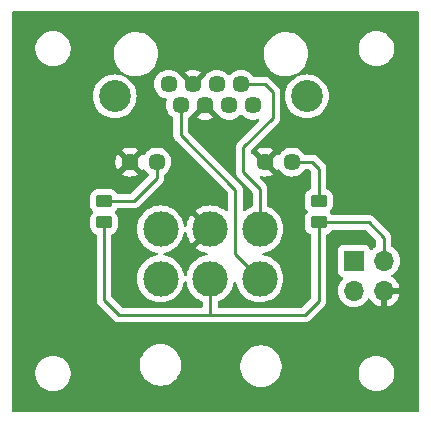
<source format=gtl>
G04 #@! TF.GenerationSoftware,KiCad,Pcbnew,(7.0.0-0)*
G04 #@! TF.CreationDate,2023-06-07T10:38:09+02:00*
G04 #@! TF.ProjectId,hru300 adapter pcn,68727533-3030-4206-9164-617074657220,rev?*
G04 #@! TF.SameCoordinates,Original*
G04 #@! TF.FileFunction,Copper,L1,Top*
G04 #@! TF.FilePolarity,Positive*
%FSLAX46Y46*%
G04 Gerber Fmt 4.6, Leading zero omitted, Abs format (unit mm)*
G04 Created by KiCad (PCBNEW (7.0.0-0)) date 2023-06-07 10:38:09*
%MOMM*%
%LPD*%
G01*
G04 APERTURE LIST*
G04 Aperture macros list*
%AMRoundRect*
0 Rectangle with rounded corners*
0 $1 Rounding radius*
0 $2 $3 $4 $5 $6 $7 $8 $9 X,Y pos of 4 corners*
0 Add a 4 corners polygon primitive as box body*
4,1,4,$2,$3,$4,$5,$6,$7,$8,$9,$2,$3,0*
0 Add four circle primitives for the rounded corners*
1,1,$1+$1,$2,$3*
1,1,$1+$1,$4,$5*
1,1,$1+$1,$6,$7*
1,1,$1+$1,$8,$9*
0 Add four rect primitives between the rounded corners*
20,1,$1+$1,$2,$3,$4,$5,0*
20,1,$1+$1,$4,$5,$6,$7,0*
20,1,$1+$1,$6,$7,$8,$9,0*
20,1,$1+$1,$8,$9,$2,$3,0*%
G04 Aperture macros list end*
G04 #@! TA.AperFunction,SMDPad,CuDef*
%ADD10RoundRect,0.250000X0.450000X-0.262500X0.450000X0.262500X-0.450000X0.262500X-0.450000X-0.262500X0*%
G04 #@! TD*
G04 #@! TA.AperFunction,ComponentPad*
%ADD11R,1.700000X1.700000*%
G04 #@! TD*
G04 #@! TA.AperFunction,ComponentPad*
%ADD12O,1.700000X1.700000*%
G04 #@! TD*
G04 #@! TA.AperFunction,ComponentPad*
%ADD13C,1.446000*%
G04 #@! TD*
G04 #@! TA.AperFunction,ComponentPad*
%ADD14C,2.700000*%
G04 #@! TD*
G04 #@! TA.AperFunction,ComponentPad*
%ADD15C,3.000000*%
G04 #@! TD*
G04 #@! TA.AperFunction,Conductor*
%ADD16C,0.250000*%
G04 #@! TD*
G04 APERTURE END LIST*
D10*
X153492200Y-88718400D03*
X153492200Y-86893400D03*
D11*
X156459999Y-91959999D03*
D12*
X158999999Y-91959999D03*
X156459999Y-94499999D03*
X158999999Y-94499999D03*
D10*
X135305800Y-88718400D03*
X135305800Y-86893400D03*
D13*
X140784200Y-77012800D03*
X141804200Y-78792800D03*
X142824200Y-77012800D03*
X143844200Y-78792800D03*
X144864200Y-77012800D03*
X145884200Y-78792800D03*
X146904200Y-77012800D03*
X147924200Y-78792800D03*
X137494200Y-83602800D03*
X139784200Y-83602800D03*
X148924200Y-83602800D03*
X151214200Y-83602800D03*
D14*
X152484200Y-78032800D03*
X136224200Y-78032800D03*
D15*
X148497400Y-93482200D03*
X144297400Y-93482200D03*
X140097400Y-93482200D03*
X148497400Y-89282200D03*
X144297400Y-89282200D03*
X140097400Y-89282200D03*
D16*
X152944800Y-83602800D02*
X151214200Y-83602800D01*
X153492200Y-84150200D02*
X153492200Y-86893400D01*
X152944800Y-83602800D02*
X153492200Y-84150200D01*
X137845800Y-86893400D02*
X139784200Y-84955000D01*
X139784200Y-84955000D02*
X139784200Y-83602800D01*
X137845800Y-86893400D02*
X135305800Y-86893400D01*
X147116800Y-84480400D02*
X148513800Y-85877400D01*
X146904200Y-77012800D02*
X148920200Y-77012800D01*
X148513800Y-89265800D02*
X148497400Y-89282200D01*
X149606000Y-79857600D02*
X147116800Y-82346800D01*
X148513800Y-85877400D02*
X148513800Y-89265800D01*
X148920200Y-77012800D02*
X149606000Y-77698600D01*
X147116800Y-82346800D02*
X147116800Y-84480400D01*
X149606000Y-77698600D02*
X149606000Y-79857600D01*
X157718400Y-88718400D02*
X159000000Y-90000000D01*
X153492200Y-88718400D02*
X157718400Y-88718400D01*
X135305800Y-88718400D02*
X135305800Y-95275400D01*
X135305800Y-95275400D02*
X136575800Y-96545400D01*
X159000000Y-90000000D02*
X159000000Y-91960000D01*
X136575800Y-96545400D02*
X144297400Y-96545400D01*
X153492200Y-95377000D02*
X152323800Y-96545400D01*
X144297400Y-96545400D02*
X144297400Y-93482200D01*
X153492200Y-88718400D02*
X153492200Y-95377000D01*
X152323800Y-96545400D02*
X144297400Y-96545400D01*
X146431000Y-85953600D02*
X146431000Y-91415800D01*
X141804200Y-81326800D02*
X146431000Y-85953600D01*
X146431000Y-91415800D02*
X148497400Y-93482200D01*
X141804200Y-78792800D02*
X141804200Y-81326800D01*
G04 #@! TA.AperFunction,Conductor*
G36*
X143931880Y-78526927D02*
G01*
X144833283Y-79428330D01*
X144847177Y-79444887D01*
X144940258Y-79577820D01*
X144940261Y-79577824D01*
X144943364Y-79582255D01*
X145094745Y-79733636D01*
X145270113Y-79856430D01*
X145464140Y-79946906D01*
X145469371Y-79948307D01*
X145469372Y-79948308D01*
X145626350Y-79990370D01*
X145670930Y-80002315D01*
X145884200Y-80020974D01*
X146097470Y-80002315D01*
X146304260Y-79946906D01*
X146498287Y-79856430D01*
X146673655Y-79733636D01*
X146816519Y-79590772D01*
X146872106Y-79558678D01*
X146936294Y-79558678D01*
X146991881Y-79590772D01*
X147134745Y-79733636D01*
X147310113Y-79856430D01*
X147504140Y-79946906D01*
X147509371Y-79948307D01*
X147509372Y-79948308D01*
X147666350Y-79990370D01*
X147710930Y-80002315D01*
X147924200Y-80020974D01*
X148137470Y-80002315D01*
X148290459Y-79961322D01*
X148354642Y-79961322D01*
X148410230Y-79993416D01*
X148442324Y-80049003D01*
X148442324Y-80113191D01*
X148410230Y-80168778D01*
X146729496Y-81849511D01*
X146721311Y-81856959D01*
X146714923Y-81861014D01*
X146709588Y-81866694D01*
X146709583Y-81866699D01*
X146668896Y-81910025D01*
X146666192Y-81912816D01*
X146649428Y-81929580D01*
X146649421Y-81929587D01*
X146646680Y-81932329D01*
X146644300Y-81935396D01*
X146644289Y-81935409D01*
X146644200Y-81935525D01*
X146636642Y-81944370D01*
X146612080Y-81970527D01*
X146612073Y-81970536D01*
X146606738Y-81976218D01*
X146602982Y-81983049D01*
X146602979Y-81983054D01*
X146597085Y-81993775D01*
X146586409Y-82010027D01*
X146578909Y-82019696D01*
X146578901Y-82019707D01*
X146574127Y-82025864D01*
X146571034Y-82033008D01*
X146571029Y-82033019D01*
X146556774Y-82065960D01*
X146551638Y-82076443D01*
X146530603Y-82114708D01*
X146528664Y-82122256D01*
X146528663Y-82122261D01*
X146525622Y-82134107D01*
X146519321Y-82152511D01*
X146514458Y-82163748D01*
X146514456Y-82163752D01*
X146511362Y-82170904D01*
X146510142Y-82178603D01*
X146510142Y-82178605D01*
X146504529Y-82214041D01*
X146502161Y-82225476D01*
X146493238Y-82260228D01*
X146493236Y-82260236D01*
X146491300Y-82267781D01*
X146491300Y-82275577D01*
X146491300Y-82287817D01*
X146489774Y-82307202D01*
X146486640Y-82326996D01*
X146487374Y-82334761D01*
X146487374Y-82334764D01*
X146490750Y-82370476D01*
X146491300Y-82382145D01*
X146491300Y-84402625D01*
X146490778Y-84413680D01*
X146489127Y-84421067D01*
X146489371Y-84428853D01*
X146489371Y-84428861D01*
X146491239Y-84488273D01*
X146491300Y-84492168D01*
X146491300Y-84519750D01*
X146491788Y-84523619D01*
X146491789Y-84523625D01*
X146491804Y-84523743D01*
X146492718Y-84535366D01*
X146493845Y-84571230D01*
X146493846Y-84571237D01*
X146494091Y-84579027D01*
X146496267Y-84586519D01*
X146496268Y-84586521D01*
X146499679Y-84598262D01*
X146503625Y-84617315D01*
X146506136Y-84637192D01*
X146509006Y-84644442D01*
X146509008Y-84644448D01*
X146522214Y-84677804D01*
X146525997Y-84688851D01*
X146538182Y-84730790D01*
X146542153Y-84737505D01*
X146542154Y-84737507D01*
X146548381Y-84748037D01*
X146556936Y-84765499D01*
X146561442Y-84776880D01*
X146561443Y-84776883D01*
X146564314Y-84784132D01*
X146583773Y-84810915D01*
X146589981Y-84819460D01*
X146596393Y-84829222D01*
X146614656Y-84860102D01*
X146614659Y-84860107D01*
X146618630Y-84866820D01*
X146624144Y-84872334D01*
X146624145Y-84872335D01*
X146632790Y-84880980D01*
X146645426Y-84895774D01*
X146652619Y-84905675D01*
X146652623Y-84905679D01*
X146657206Y-84911987D01*
X146663215Y-84916958D01*
X146663216Y-84916959D01*
X146690858Y-84939826D01*
X146699499Y-84947689D01*
X147851981Y-86100172D01*
X147878861Y-86140400D01*
X147888300Y-86187853D01*
X147888300Y-87288167D01*
X147878288Y-87336980D01*
X147849870Y-87377910D01*
X147807634Y-87404349D01*
X147668388Y-87456285D01*
X147668382Y-87456287D01*
X147664239Y-87457833D01*
X147660361Y-87459950D01*
X147660349Y-87459956D01*
X147416979Y-87592847D01*
X147416971Y-87592851D01*
X147413085Y-87594974D01*
X147409535Y-87597631D01*
X147409531Y-87597634D01*
X147254810Y-87713457D01*
X147191552Y-87737696D01*
X147124995Y-87725074D01*
X147075005Y-87679357D01*
X147056500Y-87614190D01*
X147056500Y-86031371D01*
X147057020Y-86020318D01*
X147058672Y-86012932D01*
X147056561Y-85945744D01*
X147056500Y-85941850D01*
X147056500Y-85918145D01*
X147056500Y-85914250D01*
X147055998Y-85910281D01*
X147055080Y-85898624D01*
X147055074Y-85898424D01*
X147053709Y-85854973D01*
X147048119Y-85835735D01*
X147044175Y-85816691D01*
X147041664Y-85796808D01*
X147025582Y-85756191D01*
X147021798Y-85745139D01*
X147014671Y-85720608D01*
X147009617Y-85703210D01*
X147005645Y-85696494D01*
X147005643Y-85696489D01*
X146999422Y-85685970D01*
X146990860Y-85668492D01*
X146986360Y-85657127D01*
X146986359Y-85657126D01*
X146983486Y-85649868D01*
X146957812Y-85614531D01*
X146951409Y-85604784D01*
X146929170Y-85567179D01*
X146915006Y-85553014D01*
X146902368Y-85538218D01*
X146895184Y-85528329D01*
X146895178Y-85528323D01*
X146890594Y-85522013D01*
X146861192Y-85497690D01*
X146856946Y-85494177D01*
X146848305Y-85486314D01*
X142466019Y-81104028D01*
X142439139Y-81063800D01*
X142429700Y-81016347D01*
X142429700Y-79912990D01*
X142443711Y-79855733D01*
X142478366Y-79816216D01*
X143177705Y-79816216D01*
X143185136Y-79824325D01*
X143225931Y-79852891D01*
X143235269Y-79858282D01*
X143419404Y-79944146D01*
X143429538Y-79947834D01*
X143625784Y-80000419D01*
X143636415Y-80002293D01*
X143838805Y-80020000D01*
X143849595Y-80020000D01*
X144051984Y-80002293D01*
X144062615Y-80000419D01*
X144258861Y-79947834D01*
X144268995Y-79944146D01*
X144453128Y-79858283D01*
X144462472Y-79852888D01*
X144503261Y-79824326D01*
X144510692Y-79816215D01*
X144504779Y-79806933D01*
X143855742Y-79157895D01*
X143844199Y-79151231D01*
X143832657Y-79157895D01*
X143183619Y-79806933D01*
X143177705Y-79816216D01*
X142478366Y-79816216D01*
X142482576Y-79811415D01*
X142528395Y-79779331D01*
X142593655Y-79733636D01*
X142745036Y-79582255D01*
X142841225Y-79444882D01*
X142855113Y-79428332D01*
X143756518Y-78526927D01*
X143812105Y-78494833D01*
X143876293Y-78494833D01*
X143931880Y-78526927D01*
G37*
G04 #@! TD.AperFunction*
G04 #@! TA.AperFunction,Conductor*
G36*
X161937500Y-70857713D02*
G01*
X161982887Y-70903100D01*
X161999500Y-70965100D01*
X161999500Y-104676216D01*
X161982857Y-104738269D01*
X161937395Y-104783664D01*
X161875317Y-104800216D01*
X127624317Y-104749783D01*
X127562395Y-104733109D01*
X127517082Y-104687730D01*
X127500500Y-104625783D01*
X127500500Y-101624335D01*
X129499500Y-101624335D01*
X129500343Y-101629387D01*
X129500344Y-101629398D01*
X129522122Y-101759904D01*
X129540429Y-101869614D01*
X129542093Y-101874461D01*
X129542094Y-101874465D01*
X129619507Y-102099962D01*
X129619510Y-102099969D01*
X129621172Y-102104810D01*
X129623607Y-102109310D01*
X129623610Y-102109316D01*
X129688755Y-102229693D01*
X129739526Y-102323509D01*
X129742676Y-102327557D01*
X129742678Y-102327559D01*
X129770861Y-102363768D01*
X129892262Y-102519744D01*
X129896029Y-102523211D01*
X129896032Y-102523215D01*
X130014776Y-102632526D01*
X130075215Y-102688164D01*
X130174057Y-102752740D01*
X130279099Y-102821368D01*
X130279102Y-102821369D01*
X130283393Y-102824173D01*
X130511119Y-102924063D01*
X130752179Y-102985108D01*
X130937933Y-103000500D01*
X131059497Y-103000500D01*
X131062067Y-103000500D01*
X131247821Y-102985108D01*
X131488881Y-102924063D01*
X131716607Y-102824173D01*
X131924785Y-102688164D01*
X132107738Y-102519744D01*
X132260474Y-102323509D01*
X132378828Y-102104810D01*
X132459571Y-101869614D01*
X132500500Y-101624335D01*
X132500500Y-101375665D01*
X132459571Y-101130386D01*
X132385073Y-100913382D01*
X138346900Y-100913382D01*
X138347589Y-100917954D01*
X138347590Y-100917965D01*
X138385312Y-101168228D01*
X138385313Y-101168235D01*
X138386004Y-101172815D01*
X138387369Y-101177243D01*
X138387371Y-101177248D01*
X138461969Y-101419091D01*
X138461973Y-101419101D01*
X138463337Y-101423523D01*
X138577172Y-101659904D01*
X138724967Y-101876679D01*
X138903419Y-102069005D01*
X139108543Y-102232586D01*
X139335757Y-102363768D01*
X139579984Y-102459620D01*
X139835770Y-102518002D01*
X140031906Y-102532700D01*
X140160577Y-102532700D01*
X140162894Y-102532700D01*
X140359030Y-102518002D01*
X140614816Y-102459620D01*
X140859043Y-102363768D01*
X141086257Y-102232586D01*
X141291381Y-102069005D01*
X141469833Y-101876679D01*
X141617628Y-101659904D01*
X141731463Y-101423523D01*
X141808796Y-101172815D01*
X141832827Y-101013382D01*
X146846900Y-101013382D01*
X146847589Y-101017954D01*
X146847590Y-101017965D01*
X146885312Y-101268228D01*
X146885313Y-101268235D01*
X146886004Y-101272815D01*
X146887369Y-101277243D01*
X146887371Y-101277248D01*
X146961969Y-101519091D01*
X146961973Y-101519101D01*
X146963337Y-101523523D01*
X146965346Y-101527696D01*
X146965349Y-101527702D01*
X147030861Y-101663739D01*
X147077172Y-101759904D01*
X147224967Y-101976679D01*
X147403419Y-102169005D01*
X147608543Y-102332586D01*
X147835757Y-102463768D01*
X148079984Y-102559620D01*
X148335770Y-102618002D01*
X148531906Y-102632700D01*
X148660577Y-102632700D01*
X148662894Y-102632700D01*
X148859030Y-102618002D01*
X149114816Y-102559620D01*
X149359043Y-102463768D01*
X149586257Y-102332586D01*
X149791381Y-102169005D01*
X149969833Y-101976679D01*
X150117628Y-101759904D01*
X150182915Y-101624335D01*
X156868500Y-101624335D01*
X156869343Y-101629387D01*
X156869344Y-101629398D01*
X156891122Y-101759904D01*
X156909429Y-101869614D01*
X156911093Y-101874461D01*
X156911094Y-101874465D01*
X156988507Y-102099962D01*
X156988510Y-102099969D01*
X156990172Y-102104810D01*
X156992607Y-102109310D01*
X156992610Y-102109316D01*
X157057755Y-102229693D01*
X157108526Y-102323509D01*
X157111676Y-102327557D01*
X157111678Y-102327559D01*
X157139861Y-102363768D01*
X157261262Y-102519744D01*
X157265029Y-102523211D01*
X157265032Y-102523215D01*
X157383776Y-102632526D01*
X157444215Y-102688164D01*
X157543057Y-102752740D01*
X157648099Y-102821368D01*
X157648102Y-102821369D01*
X157652393Y-102824173D01*
X157880119Y-102924063D01*
X158121179Y-102985108D01*
X158306933Y-103000500D01*
X158428497Y-103000500D01*
X158431067Y-103000500D01*
X158616821Y-102985108D01*
X158857881Y-102924063D01*
X159085607Y-102824173D01*
X159293785Y-102688164D01*
X159476738Y-102519744D01*
X159629474Y-102323509D01*
X159747828Y-102104810D01*
X159828571Y-101869614D01*
X159869500Y-101624335D01*
X159869500Y-101375665D01*
X159828571Y-101130386D01*
X159747828Y-100895190D01*
X159629474Y-100676491D01*
X159476738Y-100480256D01*
X159472970Y-100476787D01*
X159472967Y-100476784D01*
X159297560Y-100315311D01*
X159297559Y-100315310D01*
X159293785Y-100311836D01*
X159285885Y-100306675D01*
X159089900Y-100178631D01*
X159089893Y-100178627D01*
X159085607Y-100175827D01*
X159080916Y-100173769D01*
X159080910Y-100173766D01*
X158862577Y-100077997D01*
X158862578Y-100077997D01*
X158857881Y-100075937D01*
X158852911Y-100074678D01*
X158852910Y-100074678D01*
X158621795Y-100016151D01*
X158621788Y-100016149D01*
X158616821Y-100014892D01*
X158611709Y-100014468D01*
X158611701Y-100014467D01*
X158433633Y-99999712D01*
X158433617Y-99999711D01*
X158431067Y-99999500D01*
X158306933Y-99999500D01*
X158304383Y-99999711D01*
X158304366Y-99999712D01*
X158126298Y-100014467D01*
X158126288Y-100014468D01*
X158121179Y-100014892D01*
X158116213Y-100016149D01*
X158116204Y-100016151D01*
X157885089Y-100074678D01*
X157885084Y-100074679D01*
X157880119Y-100075937D01*
X157875425Y-100077995D01*
X157875422Y-100077997D01*
X157657089Y-100173766D01*
X157657077Y-100173772D01*
X157652393Y-100175827D01*
X157648111Y-100178624D01*
X157648099Y-100178631D01*
X157448512Y-100309028D01*
X157448506Y-100309031D01*
X157444215Y-100311836D01*
X157440446Y-100315305D01*
X157440439Y-100315311D01*
X157265032Y-100476784D01*
X157265023Y-100476793D01*
X157261262Y-100480256D01*
X157258113Y-100484301D01*
X157258111Y-100484304D01*
X157111678Y-100672440D01*
X157111672Y-100672448D01*
X157108526Y-100676491D01*
X157106088Y-100680995D01*
X157106084Y-100681002D01*
X156992610Y-100890683D01*
X156992605Y-100890693D01*
X156990172Y-100895190D01*
X156988511Y-100900026D01*
X156988507Y-100900037D01*
X156911094Y-101125534D01*
X156911092Y-101125541D01*
X156909429Y-101130386D01*
X156908585Y-101135441D01*
X156908585Y-101135443D01*
X156869344Y-101370601D01*
X156869343Y-101370613D01*
X156868500Y-101375665D01*
X156868500Y-101624335D01*
X150182915Y-101624335D01*
X150231463Y-101523523D01*
X150308796Y-101272815D01*
X150347900Y-101013382D01*
X150347900Y-100751018D01*
X150308796Y-100491585D01*
X150231463Y-100240877D01*
X150117628Y-100004496D01*
X149969833Y-99787721D01*
X149791381Y-99595395D01*
X149586257Y-99431814D01*
X149413052Y-99331814D01*
X149363064Y-99302953D01*
X149363058Y-99302950D01*
X149359043Y-99300632D01*
X149354724Y-99298937D01*
X149354718Y-99298934D01*
X149119138Y-99206476D01*
X149119134Y-99206475D01*
X149114816Y-99204780D01*
X149110293Y-99203747D01*
X149110291Y-99203747D01*
X148863549Y-99147429D01*
X148863543Y-99147428D01*
X148859030Y-99146398D01*
X148854408Y-99146051D01*
X148854404Y-99146051D01*
X148665208Y-99131873D01*
X148665197Y-99131872D01*
X148662894Y-99131700D01*
X148531906Y-99131700D01*
X148529603Y-99131872D01*
X148529591Y-99131873D01*
X148340395Y-99146051D01*
X148340389Y-99146051D01*
X148335770Y-99146398D01*
X148331258Y-99147427D01*
X148331250Y-99147429D01*
X148084508Y-99203747D01*
X148084502Y-99203748D01*
X148079984Y-99204780D01*
X148075668Y-99206473D01*
X148075661Y-99206476D01*
X147840081Y-99298934D01*
X147840070Y-99298939D01*
X147835757Y-99300632D01*
X147831746Y-99302947D01*
X147831735Y-99302953D01*
X147612561Y-99429494D01*
X147608543Y-99431814D01*
X147604919Y-99434703D01*
X147604916Y-99434706D01*
X147407046Y-99592502D01*
X147407041Y-99592506D01*
X147403419Y-99595395D01*
X147400265Y-99598793D01*
X147400263Y-99598796D01*
X147228119Y-99784323D01*
X147228113Y-99784329D01*
X147224967Y-99787721D01*
X147222357Y-99791548D01*
X147222357Y-99791549D01*
X147080434Y-99999712D01*
X147077172Y-100004496D01*
X147075159Y-100008674D01*
X147075156Y-100008681D01*
X146965349Y-100236697D01*
X146965344Y-100236708D01*
X146963337Y-100240877D01*
X146961974Y-100245293D01*
X146961969Y-100245308D01*
X146887371Y-100487151D01*
X146887368Y-100487159D01*
X146886004Y-100491585D01*
X146885314Y-100496161D01*
X146885312Y-100496171D01*
X146847590Y-100746434D01*
X146847589Y-100746446D01*
X146846900Y-100751018D01*
X146846900Y-101013382D01*
X141832827Y-101013382D01*
X141847900Y-100913382D01*
X141847900Y-100651018D01*
X141808796Y-100391585D01*
X141762309Y-100240877D01*
X141732830Y-100145308D01*
X141732828Y-100145305D01*
X141731463Y-100140877D01*
X141617628Y-99904496D01*
X141469833Y-99687721D01*
X141291381Y-99495395D01*
X141086257Y-99331814D01*
X140991616Y-99277173D01*
X140863064Y-99202953D01*
X140863058Y-99202950D01*
X140859043Y-99200632D01*
X140854724Y-99198937D01*
X140854718Y-99198934D01*
X140619138Y-99106476D01*
X140619134Y-99106475D01*
X140614816Y-99104780D01*
X140610293Y-99103747D01*
X140610291Y-99103747D01*
X140363549Y-99047429D01*
X140363543Y-99047428D01*
X140359030Y-99046398D01*
X140354408Y-99046051D01*
X140354404Y-99046051D01*
X140165208Y-99031873D01*
X140165197Y-99031872D01*
X140162894Y-99031700D01*
X140031906Y-99031700D01*
X140029603Y-99031872D01*
X140029591Y-99031873D01*
X139840395Y-99046051D01*
X139840389Y-99046051D01*
X139835770Y-99046398D01*
X139831258Y-99047427D01*
X139831250Y-99047429D01*
X139584508Y-99103747D01*
X139584502Y-99103748D01*
X139579984Y-99104780D01*
X139575668Y-99106473D01*
X139575661Y-99106476D01*
X139340081Y-99198934D01*
X139340070Y-99198939D01*
X139335757Y-99200632D01*
X139331746Y-99202947D01*
X139331735Y-99202953D01*
X139112561Y-99329494D01*
X139108543Y-99331814D01*
X139104919Y-99334703D01*
X139104916Y-99334706D01*
X138907046Y-99492502D01*
X138907041Y-99492506D01*
X138903419Y-99495395D01*
X138900265Y-99498793D01*
X138900263Y-99498796D01*
X138728119Y-99684323D01*
X138728113Y-99684329D01*
X138724967Y-99687721D01*
X138577172Y-99904496D01*
X138575159Y-99908674D01*
X138575156Y-99908681D01*
X138465349Y-100136697D01*
X138465344Y-100136708D01*
X138463337Y-100140877D01*
X138461974Y-100145293D01*
X138461969Y-100145308D01*
X138387371Y-100387151D01*
X138387368Y-100387159D01*
X138386004Y-100391585D01*
X138385314Y-100396161D01*
X138385312Y-100396171D01*
X138347590Y-100646434D01*
X138347589Y-100646446D01*
X138346900Y-100651018D01*
X138346900Y-100913382D01*
X132385073Y-100913382D01*
X132378828Y-100895190D01*
X132260474Y-100676491D01*
X132107738Y-100480256D01*
X132103970Y-100476787D01*
X132103967Y-100476784D01*
X131928560Y-100315311D01*
X131928559Y-100315310D01*
X131924785Y-100311836D01*
X131916885Y-100306675D01*
X131720900Y-100178631D01*
X131720893Y-100178627D01*
X131716607Y-100175827D01*
X131711916Y-100173769D01*
X131711910Y-100173766D01*
X131493577Y-100077997D01*
X131493578Y-100077997D01*
X131488881Y-100075937D01*
X131483911Y-100074678D01*
X131483910Y-100074678D01*
X131252795Y-100016151D01*
X131252788Y-100016149D01*
X131247821Y-100014892D01*
X131242709Y-100014468D01*
X131242701Y-100014467D01*
X131064633Y-99999712D01*
X131064617Y-99999711D01*
X131062067Y-99999500D01*
X130937933Y-99999500D01*
X130935383Y-99999711D01*
X130935366Y-99999712D01*
X130757298Y-100014467D01*
X130757288Y-100014468D01*
X130752179Y-100014892D01*
X130747213Y-100016149D01*
X130747204Y-100016151D01*
X130516089Y-100074678D01*
X130516084Y-100074679D01*
X130511119Y-100075937D01*
X130506425Y-100077995D01*
X130506422Y-100077997D01*
X130288089Y-100173766D01*
X130288077Y-100173772D01*
X130283393Y-100175827D01*
X130279111Y-100178624D01*
X130279099Y-100178631D01*
X130079512Y-100309028D01*
X130079506Y-100309031D01*
X130075215Y-100311836D01*
X130071446Y-100315305D01*
X130071439Y-100315311D01*
X129896032Y-100476784D01*
X129896023Y-100476793D01*
X129892262Y-100480256D01*
X129889113Y-100484301D01*
X129889111Y-100484304D01*
X129742678Y-100672440D01*
X129742672Y-100672448D01*
X129739526Y-100676491D01*
X129737088Y-100680995D01*
X129737084Y-100681002D01*
X129623610Y-100890683D01*
X129623605Y-100890693D01*
X129621172Y-100895190D01*
X129619511Y-100900026D01*
X129619507Y-100900037D01*
X129542094Y-101125534D01*
X129542092Y-101125541D01*
X129540429Y-101130386D01*
X129539585Y-101135441D01*
X129539585Y-101135443D01*
X129500344Y-101370601D01*
X129500343Y-101370613D01*
X129499500Y-101375665D01*
X129499500Y-101624335D01*
X127500500Y-101624335D01*
X127500500Y-89027777D01*
X134105300Y-89027777D01*
X134105301Y-89030908D01*
X134105620Y-89034040D01*
X134105621Y-89034041D01*
X134115112Y-89126961D01*
X134115113Y-89126969D01*
X134115801Y-89133697D01*
X134170986Y-89300234D01*
X134174777Y-89306380D01*
X134259297Y-89443411D01*
X134259300Y-89443415D01*
X134263088Y-89449556D01*
X134387144Y-89573612D01*
X134393285Y-89577400D01*
X134393288Y-89577402D01*
X134442995Y-89608061D01*
X134536466Y-89665714D01*
X134595304Y-89685211D01*
X134639629Y-89711090D01*
X134669677Y-89752702D01*
X134680300Y-89802917D01*
X134680300Y-95197625D01*
X134679778Y-95208680D01*
X134678127Y-95216067D01*
X134678371Y-95223853D01*
X134678371Y-95223861D01*
X134680239Y-95283273D01*
X134680300Y-95287168D01*
X134680300Y-95314750D01*
X134680788Y-95318619D01*
X134680789Y-95318625D01*
X134680804Y-95318743D01*
X134681718Y-95330366D01*
X134682845Y-95366230D01*
X134682846Y-95366237D01*
X134683091Y-95374027D01*
X134685267Y-95381519D01*
X134685268Y-95381521D01*
X134688679Y-95393262D01*
X134692625Y-95412315D01*
X134695136Y-95432192D01*
X134698006Y-95439442D01*
X134698008Y-95439448D01*
X134711214Y-95472804D01*
X134714997Y-95483851D01*
X134716147Y-95487810D01*
X134727182Y-95525790D01*
X134731153Y-95532505D01*
X134731154Y-95532507D01*
X134737381Y-95543037D01*
X134745936Y-95560499D01*
X134750442Y-95571880D01*
X134750443Y-95571883D01*
X134753314Y-95579132D01*
X134775081Y-95609092D01*
X134778981Y-95614460D01*
X134785393Y-95624222D01*
X134803656Y-95655102D01*
X134803659Y-95655107D01*
X134807630Y-95661820D01*
X134813145Y-95667335D01*
X134821790Y-95675980D01*
X134834426Y-95690774D01*
X134841619Y-95700675D01*
X134841623Y-95700679D01*
X134846206Y-95706987D01*
X134852215Y-95711958D01*
X134852216Y-95711959D01*
X134879858Y-95734826D01*
X134888499Y-95742689D01*
X136078507Y-96932698D01*
X136085959Y-96940887D01*
X136090014Y-96947277D01*
X136139023Y-96993300D01*
X136141820Y-96996011D01*
X136161329Y-97015520D01*
X136164509Y-97017987D01*
X136173371Y-97025555D01*
X136186680Y-97038054D01*
X136199532Y-97050123D01*
X136199534Y-97050124D01*
X136205218Y-97055462D01*
X136212051Y-97059218D01*
X136212052Y-97059219D01*
X136222773Y-97065113D01*
X136239034Y-97075794D01*
X136254864Y-97088073D01*
X136294955Y-97105421D01*
X136305435Y-97110555D01*
X136343708Y-97131597D01*
X136363116Y-97136580D01*
X136381519Y-97142881D01*
X136392744Y-97147739D01*
X136392746Y-97147739D01*
X136399904Y-97150837D01*
X136443058Y-97157671D01*
X136454444Y-97160029D01*
X136496781Y-97170900D01*
X136516817Y-97170900D01*
X136536215Y-97172427D01*
X136548286Y-97174339D01*
X136548287Y-97174339D01*
X136555996Y-97175560D01*
X136594076Y-97171960D01*
X136599476Y-97171450D01*
X136611145Y-97170900D01*
X144218381Y-97170900D01*
X144226551Y-97170900D01*
X144249786Y-97173096D01*
X144257812Y-97174627D01*
X144313158Y-97171145D01*
X144320945Y-97170900D01*
X144336750Y-97170900D01*
X152246025Y-97170900D01*
X152257080Y-97171421D01*
X152264467Y-97173073D01*
X152331672Y-97170961D01*
X152335568Y-97170900D01*
X152359248Y-97170900D01*
X152363150Y-97170900D01*
X152367113Y-97170399D01*
X152378763Y-97169480D01*
X152422427Y-97168109D01*
X152441661Y-97162519D01*
X152460717Y-97158574D01*
X152480592Y-97156064D01*
X152521195Y-97139987D01*
X152532250Y-97136202D01*
X152574190Y-97124018D01*
X152591429Y-97113822D01*
X152608903Y-97105262D01*
X152620274Y-97100760D01*
X152620276Y-97100758D01*
X152627532Y-97097886D01*
X152662869Y-97072211D01*
X152672624Y-97065803D01*
X152710220Y-97043570D01*
X152724384Y-97029405D01*
X152739179Y-97016768D01*
X152755387Y-97004994D01*
X152783228Y-96971338D01*
X152791079Y-96962709D01*
X153879511Y-95874278D01*
X153887681Y-95866844D01*
X153894077Y-95862786D01*
X153940118Y-95813756D01*
X153942735Y-95811054D01*
X153962320Y-95791471D01*
X153964785Y-95788292D01*
X153972367Y-95779416D01*
X154002262Y-95747582D01*
X154011913Y-95730023D01*
X154022590Y-95713770D01*
X154034873Y-95697936D01*
X154052218Y-95657852D01*
X154057351Y-95647371D01*
X154078397Y-95609092D01*
X154083379Y-95589684D01*
X154089682Y-95571276D01*
X154097637Y-95552896D01*
X154104471Y-95509744D01*
X154106833Y-95498338D01*
X154117700Y-95456019D01*
X154117700Y-95435983D01*
X154119227Y-95416585D01*
X154121139Y-95404513D01*
X154121138Y-95404513D01*
X154122360Y-95396804D01*
X154118250Y-95353324D01*
X154117700Y-95341655D01*
X154117700Y-89802917D01*
X154128323Y-89752702D01*
X154158371Y-89711090D01*
X154202696Y-89685211D01*
X154261534Y-89665714D01*
X154410856Y-89573612D01*
X154534912Y-89449556D01*
X154563748Y-89402804D01*
X154608856Y-89359623D01*
X154669288Y-89343900D01*
X157407948Y-89343900D01*
X157455401Y-89353339D01*
X157495629Y-89380219D01*
X158338181Y-90222772D01*
X158365061Y-90263000D01*
X158374500Y-90310453D01*
X158374500Y-90684774D01*
X158360489Y-90742031D01*
X158321625Y-90786347D01*
X158263989Y-90826704D01*
X158133034Y-90918399D01*
X158133029Y-90918402D01*
X158128599Y-90921505D01*
X158124774Y-90925329D01*
X158124775Y-90925329D01*
X158006673Y-91043431D01*
X157953926Y-91074726D01*
X157892633Y-91076915D01*
X157837789Y-91049462D01*
X157802810Y-90999082D01*
X157775304Y-90925336D01*
X157753796Y-90867669D01*
X157667546Y-90752454D01*
X157552331Y-90666204D01*
X157417483Y-90615909D01*
X157409770Y-90615079D01*
X157409767Y-90615079D01*
X157361180Y-90609855D01*
X157361169Y-90609854D01*
X157357873Y-90609500D01*
X157354550Y-90609500D01*
X155565439Y-90609500D01*
X155565420Y-90609500D01*
X155562128Y-90609501D01*
X155558850Y-90609853D01*
X155558838Y-90609854D01*
X155510231Y-90615079D01*
X155510225Y-90615080D01*
X155502517Y-90615909D01*
X155495252Y-90618618D01*
X155495246Y-90618620D01*
X155375980Y-90663104D01*
X155375978Y-90663104D01*
X155367669Y-90666204D01*
X155360572Y-90671516D01*
X155360568Y-90671519D01*
X155259550Y-90747141D01*
X155259546Y-90747144D01*
X155252454Y-90752454D01*
X155247144Y-90759546D01*
X155247141Y-90759550D01*
X155171519Y-90860568D01*
X155171516Y-90860572D01*
X155166204Y-90867669D01*
X155163104Y-90875978D01*
X155163104Y-90875980D01*
X155118620Y-90995247D01*
X155118619Y-90995250D01*
X155115909Y-91002517D01*
X155115079Y-91010227D01*
X155115079Y-91010232D01*
X155109855Y-91058819D01*
X155109854Y-91058831D01*
X155109500Y-91062127D01*
X155109500Y-91065448D01*
X155109500Y-91065449D01*
X155109500Y-92854560D01*
X155109500Y-92854578D01*
X155109501Y-92857872D01*
X155109853Y-92861150D01*
X155109854Y-92861161D01*
X155115079Y-92909768D01*
X155115080Y-92909773D01*
X155115909Y-92917483D01*
X155118619Y-92924749D01*
X155118620Y-92924753D01*
X155144695Y-92994663D01*
X155166204Y-93052331D01*
X155171518Y-93059430D01*
X155171519Y-93059431D01*
X155227367Y-93134035D01*
X155252454Y-93167546D01*
X155367669Y-93253796D01*
X155477405Y-93294725D01*
X155499082Y-93302810D01*
X155549462Y-93337789D01*
X155576915Y-93392633D01*
X155574726Y-93453926D01*
X155543430Y-93506673D01*
X155421505Y-93628599D01*
X155418402Y-93633029D01*
X155418399Y-93633034D01*
X155289073Y-93817731D01*
X155289068Y-93817738D01*
X155285965Y-93822171D01*
X155283677Y-93827077D01*
X155283675Y-93827081D01*
X155188386Y-94031427D01*
X155188383Y-94031432D01*
X155186097Y-94036337D01*
X155184698Y-94041557D01*
X155184694Y-94041569D01*
X155126337Y-94259365D01*
X155126335Y-94259371D01*
X155124937Y-94264592D01*
X155104341Y-94500000D01*
X155124937Y-94735408D01*
X155126336Y-94740630D01*
X155126337Y-94740634D01*
X155184694Y-94958430D01*
X155184697Y-94958438D01*
X155186097Y-94963663D01*
X155188385Y-94968570D01*
X155188386Y-94968572D01*
X155283678Y-95172927D01*
X155283681Y-95172933D01*
X155285965Y-95177830D01*
X155289064Y-95182257D01*
X155289066Y-95182259D01*
X155418399Y-95366966D01*
X155418402Y-95366970D01*
X155421505Y-95371401D01*
X155588599Y-95538495D01*
X155593031Y-95541598D01*
X155593033Y-95541600D01*
X155648210Y-95580235D01*
X155782170Y-95674035D01*
X155787070Y-95676320D01*
X155787072Y-95676321D01*
X155818065Y-95690773D01*
X155996337Y-95773903D01*
X156224592Y-95835063D01*
X156460000Y-95855659D01*
X156695408Y-95835063D01*
X156923663Y-95773903D01*
X157137830Y-95674035D01*
X157331401Y-95538495D01*
X157498495Y-95371401D01*
X157628730Y-95185405D01*
X157673048Y-95146540D01*
X157730305Y-95132529D01*
X157787562Y-95146540D01*
X157831880Y-95185405D01*
X157958784Y-95366643D01*
X157965721Y-95374909D01*
X158125090Y-95534278D01*
X158133356Y-95541215D01*
X158317991Y-95670498D01*
X158327323Y-95675886D01*
X158531602Y-95771143D01*
X158541736Y-95774831D01*
X158736219Y-95826943D01*
X158747448Y-95827311D01*
X158750000Y-95816369D01*
X159250000Y-95816369D01*
X159252551Y-95827311D01*
X159263780Y-95826943D01*
X159458263Y-95774831D01*
X159468397Y-95771143D01*
X159672676Y-95675886D01*
X159682008Y-95670498D01*
X159866643Y-95541215D01*
X159874909Y-95534278D01*
X160034278Y-95374909D01*
X160041215Y-95366643D01*
X160170498Y-95182008D01*
X160175886Y-95172676D01*
X160271143Y-94968397D01*
X160274831Y-94958263D01*
X160326943Y-94763780D01*
X160327311Y-94752551D01*
X160316369Y-94750000D01*
X159266326Y-94750000D01*
X159253450Y-94753450D01*
X159250000Y-94766326D01*
X159250000Y-95816369D01*
X158750000Y-95816369D01*
X158750000Y-94374000D01*
X158766613Y-94312000D01*
X158812000Y-94266613D01*
X158874000Y-94250000D01*
X160316369Y-94250000D01*
X160327311Y-94247448D01*
X160326943Y-94236219D01*
X160274831Y-94041736D01*
X160271143Y-94031602D01*
X160175889Y-93827332D01*
X160170491Y-93817982D01*
X160041215Y-93633357D01*
X160034280Y-93625092D01*
X159874909Y-93465721D01*
X159866643Y-93458784D01*
X159685405Y-93331880D01*
X159646540Y-93287562D01*
X159632529Y-93230305D01*
X159646540Y-93173048D01*
X159685406Y-93128730D01*
X159866961Y-93001604D01*
X159866961Y-93001603D01*
X159871401Y-92998495D01*
X160038495Y-92831401D01*
X160174035Y-92637830D01*
X160273903Y-92423663D01*
X160335063Y-92195408D01*
X160355659Y-91960000D01*
X160335063Y-91724592D01*
X160273903Y-91496337D01*
X160174035Y-91282171D01*
X160038495Y-91088599D01*
X159871401Y-90921505D01*
X159866970Y-90918402D01*
X159866966Y-90918399D01*
X159678376Y-90786347D01*
X159639511Y-90742029D01*
X159625500Y-90684772D01*
X159625500Y-90077772D01*
X159626020Y-90066719D01*
X159627672Y-90059333D01*
X159625561Y-89992145D01*
X159625500Y-89988251D01*
X159625500Y-89964545D01*
X159625500Y-89960650D01*
X159624998Y-89956681D01*
X159624080Y-89945024D01*
X159622954Y-89909173D01*
X159622709Y-89901373D01*
X159617120Y-89882140D01*
X159613174Y-89863083D01*
X159611641Y-89850944D01*
X159610664Y-89843208D01*
X159594582Y-89802591D01*
X159590803Y-89791551D01*
X159580795Y-89757102D01*
X159580793Y-89757099D01*
X159578618Y-89749610D01*
X159568417Y-89732360D01*
X159559863Y-89714901D01*
X159552486Y-89696268D01*
X159526808Y-89660925D01*
X159520401Y-89651171D01*
X159502142Y-89620296D01*
X159502141Y-89620294D01*
X159498170Y-89613580D01*
X159484004Y-89599414D01*
X159471370Y-89584622D01*
X159459594Y-89568413D01*
X159453583Y-89563440D01*
X159453581Y-89563438D01*
X159425941Y-89540573D01*
X159417300Y-89532710D01*
X158215686Y-88331095D01*
X158208242Y-88322914D01*
X158204186Y-88316523D01*
X158155175Y-88270498D01*
X158152378Y-88267787D01*
X158135627Y-88251036D01*
X158132871Y-88248280D01*
X158129690Y-88245812D01*
X158120814Y-88238230D01*
X158094669Y-88213678D01*
X158094667Y-88213676D01*
X158088982Y-88208338D01*
X158082149Y-88204582D01*
X158082143Y-88204577D01*
X158071425Y-88198685D01*
X158055166Y-88188006D01*
X158045495Y-88180504D01*
X158045492Y-88180502D01*
X158039336Y-88175727D01*
X158032179Y-88172629D01*
X158032176Y-88172628D01*
X157999249Y-88158378D01*
X157988763Y-88153241D01*
X157957332Y-88135962D01*
X157957323Y-88135958D01*
X157950492Y-88132203D01*
X157942935Y-88130262D01*
X157942931Y-88130261D01*
X157931088Y-88127220D01*
X157912684Y-88120919D01*
X157901457Y-88116060D01*
X157901450Y-88116058D01*
X157894296Y-88112962D01*
X157886592Y-88111741D01*
X157886590Y-88111741D01*
X157851159Y-88106129D01*
X157839724Y-88103761D01*
X157804971Y-88094838D01*
X157804963Y-88094837D01*
X157797419Y-88092900D01*
X157789623Y-88092900D01*
X157777383Y-88092900D01*
X157757997Y-88091374D01*
X157738204Y-88088240D01*
X157730438Y-88088974D01*
X157730435Y-88088974D01*
X157694724Y-88092350D01*
X157683055Y-88092900D01*
X154669288Y-88092900D01*
X154608856Y-88077177D01*
X154563749Y-88033996D01*
X154538707Y-87993396D01*
X154538705Y-87993393D01*
X154534912Y-87987244D01*
X154441249Y-87893581D01*
X154409155Y-87837994D01*
X154409155Y-87773806D01*
X154441249Y-87718219D01*
X154480111Y-87679357D01*
X154534912Y-87624556D01*
X154627014Y-87475234D01*
X154682199Y-87308697D01*
X154692700Y-87205909D01*
X154692699Y-86580892D01*
X154682199Y-86478103D01*
X154627014Y-86311566D01*
X154534912Y-86162244D01*
X154410856Y-86038188D01*
X154404715Y-86034400D01*
X154404711Y-86034397D01*
X154267680Y-85949877D01*
X154261534Y-85946086D01*
X154254682Y-85943815D01*
X154254679Y-85943814D01*
X154202696Y-85926589D01*
X154158371Y-85900710D01*
X154128323Y-85859098D01*
X154117700Y-85808883D01*
X154117700Y-84227975D01*
X154118221Y-84216919D01*
X154119873Y-84209533D01*
X154117761Y-84142313D01*
X154117700Y-84138419D01*
X154117700Y-84114742D01*
X154117700Y-84110850D01*
X154117198Y-84106883D01*
X154116281Y-84095226D01*
X154114910Y-84051573D01*
X154109318Y-84032328D01*
X154105374Y-84013283D01*
X154102864Y-83993408D01*
X154086779Y-83952783D01*
X154083006Y-83941762D01*
X154070818Y-83899810D01*
X154066846Y-83893095D01*
X154066845Y-83893091D01*
X154060620Y-83882566D01*
X154052059Y-83865092D01*
X154044686Y-83846468D01*
X154019008Y-83811126D01*
X154012605Y-83801376D01*
X153994343Y-83770496D01*
X153994342Y-83770494D01*
X153990371Y-83763780D01*
X153976206Y-83749615D01*
X153963568Y-83734818D01*
X153956384Y-83724929D01*
X153956378Y-83724923D01*
X153951794Y-83718613D01*
X153918146Y-83690777D01*
X153909505Y-83682914D01*
X153442086Y-83215495D01*
X153434642Y-83207314D01*
X153430586Y-83200923D01*
X153381575Y-83154898D01*
X153378778Y-83152187D01*
X153362027Y-83135436D01*
X153359271Y-83132680D01*
X153356090Y-83130212D01*
X153347214Y-83122630D01*
X153321069Y-83098078D01*
X153321067Y-83098076D01*
X153315382Y-83092738D01*
X153308549Y-83088982D01*
X153308543Y-83088977D01*
X153297825Y-83083085D01*
X153281566Y-83072406D01*
X153271895Y-83064904D01*
X153271892Y-83064902D01*
X153265736Y-83060127D01*
X153258579Y-83057029D01*
X153258576Y-83057028D01*
X153225649Y-83042778D01*
X153215163Y-83037641D01*
X153183732Y-83020362D01*
X153183723Y-83020358D01*
X153176892Y-83016603D01*
X153169335Y-83014662D01*
X153169331Y-83014661D01*
X153157488Y-83011620D01*
X153139084Y-83005319D01*
X153127857Y-83000460D01*
X153127850Y-83000458D01*
X153120696Y-82997362D01*
X153112992Y-82996141D01*
X153112990Y-82996141D01*
X153077559Y-82990529D01*
X153066124Y-82988161D01*
X153031371Y-82979238D01*
X153031363Y-82979237D01*
X153023819Y-82977300D01*
X153016023Y-82977300D01*
X153003783Y-82977300D01*
X152984397Y-82975774D01*
X152964604Y-82972640D01*
X152956838Y-82973374D01*
X152956835Y-82973374D01*
X152921124Y-82976750D01*
X152909455Y-82977300D01*
X152334390Y-82977300D01*
X152277133Y-82963289D01*
X152232815Y-82924424D01*
X152158141Y-82817779D01*
X152158138Y-82817775D01*
X152155036Y-82813345D01*
X152003655Y-82661964D01*
X151885717Y-82579383D01*
X151832726Y-82542278D01*
X151832724Y-82542276D01*
X151828287Y-82539170D01*
X151814089Y-82532549D01*
X151639170Y-82450983D01*
X151639164Y-82450980D01*
X151634260Y-82448694D01*
X151629035Y-82447294D01*
X151629027Y-82447291D01*
X151432694Y-82394684D01*
X151432685Y-82394682D01*
X151427470Y-82393285D01*
X151422082Y-82392813D01*
X151422079Y-82392813D01*
X151219595Y-82375098D01*
X151214200Y-82374626D01*
X151208805Y-82375098D01*
X151006320Y-82392813D01*
X151006315Y-82392813D01*
X151000930Y-82393285D01*
X150995716Y-82394682D01*
X150995705Y-82394684D01*
X150799372Y-82447291D01*
X150799360Y-82447295D01*
X150794140Y-82448694D01*
X150789239Y-82450979D01*
X150789229Y-82450983D01*
X150605023Y-82536880D01*
X150605019Y-82536882D01*
X150600113Y-82539170D01*
X150595680Y-82542273D01*
X150595673Y-82542278D01*
X150429180Y-82658858D01*
X150429175Y-82658861D01*
X150424745Y-82661964D01*
X150420921Y-82665787D01*
X150420915Y-82665793D01*
X150277193Y-82809515D01*
X150277187Y-82809521D01*
X150273364Y-82813345D01*
X150270262Y-82817774D01*
X150270262Y-82817775D01*
X150170469Y-82960294D01*
X150126151Y-82999159D01*
X150068894Y-83013170D01*
X150011638Y-82999160D01*
X149967320Y-82960294D01*
X149955727Y-82943738D01*
X149947616Y-82936305D01*
X149938333Y-82942219D01*
X149289295Y-83591256D01*
X149282631Y-83602799D01*
X149289295Y-83614341D01*
X149938333Y-84263379D01*
X149947615Y-84269292D01*
X149955725Y-84261862D01*
X149967320Y-84245304D01*
X150011638Y-84206439D01*
X150068895Y-84192429D01*
X150126151Y-84206440D01*
X150170467Y-84245303D01*
X150273364Y-84392255D01*
X150424745Y-84543636D01*
X150600113Y-84666430D01*
X150794140Y-84756906D01*
X150799371Y-84758307D01*
X150799372Y-84758308D01*
X150929453Y-84793163D01*
X151000930Y-84812315D01*
X151214200Y-84830974D01*
X151427470Y-84812315D01*
X151634260Y-84756906D01*
X151828287Y-84666430D01*
X152003655Y-84543636D01*
X152155036Y-84392255D01*
X152232814Y-84281176D01*
X152277133Y-84242311D01*
X152334390Y-84228300D01*
X152634348Y-84228300D01*
X152681801Y-84237739D01*
X152722029Y-84264619D01*
X152830381Y-84372971D01*
X152857261Y-84413199D01*
X152866700Y-84460652D01*
X152866700Y-85808883D01*
X152856077Y-85859098D01*
X152826029Y-85900710D01*
X152781704Y-85926589D01*
X152729720Y-85943814D01*
X152729714Y-85943816D01*
X152722866Y-85946086D01*
X152716722Y-85949875D01*
X152716719Y-85949877D01*
X152579688Y-86034397D01*
X152579680Y-86034403D01*
X152573544Y-86038188D01*
X152568442Y-86043289D01*
X152568438Y-86043293D01*
X152454593Y-86157138D01*
X152454589Y-86157142D01*
X152449488Y-86162244D01*
X152445703Y-86168380D01*
X152445697Y-86168388D01*
X152384319Y-86267900D01*
X152357386Y-86311566D01*
X152302201Y-86478103D01*
X152301513Y-86484833D01*
X152301512Y-86484840D01*
X152292019Y-86577759D01*
X152292018Y-86577777D01*
X152291700Y-86580891D01*
X152291700Y-86584038D01*
X152291700Y-86584039D01*
X152291700Y-87202758D01*
X152291700Y-87202777D01*
X152291701Y-87205908D01*
X152292020Y-87209040D01*
X152292021Y-87209041D01*
X152301512Y-87301961D01*
X152301513Y-87301969D01*
X152302201Y-87308697D01*
X152304329Y-87315119D01*
X152304330Y-87315123D01*
X152333897Y-87404349D01*
X152357386Y-87475234D01*
X152365252Y-87487987D01*
X152445697Y-87618411D01*
X152445700Y-87618415D01*
X152449488Y-87624556D01*
X152454593Y-87629661D01*
X152543151Y-87718219D01*
X152575245Y-87773806D01*
X152575245Y-87837994D01*
X152543151Y-87893581D01*
X152454593Y-87982138D01*
X152454589Y-87982142D01*
X152449488Y-87987244D01*
X152445703Y-87993380D01*
X152445697Y-87993388D01*
X152361177Y-88130419D01*
X152357386Y-88136566D01*
X152355115Y-88143417D01*
X152355114Y-88143421D01*
X152313444Y-88269173D01*
X152302201Y-88303103D01*
X152301513Y-88309833D01*
X152301512Y-88309840D01*
X152292019Y-88402759D01*
X152292018Y-88402777D01*
X152291700Y-88405891D01*
X152291700Y-88409038D01*
X152291700Y-88409039D01*
X152291700Y-89027758D01*
X152291700Y-89027777D01*
X152291701Y-89030908D01*
X152292020Y-89034040D01*
X152292021Y-89034041D01*
X152301512Y-89126961D01*
X152301513Y-89126969D01*
X152302201Y-89133697D01*
X152357386Y-89300234D01*
X152361177Y-89306380D01*
X152445697Y-89443411D01*
X152445700Y-89443415D01*
X152449488Y-89449556D01*
X152573544Y-89573612D01*
X152579685Y-89577400D01*
X152579688Y-89577402D01*
X152629395Y-89608061D01*
X152722866Y-89665714D01*
X152781704Y-89685211D01*
X152826029Y-89711090D01*
X152856077Y-89752702D01*
X152866700Y-89802917D01*
X152866700Y-95066547D01*
X152857261Y-95114000D01*
X152830381Y-95154228D01*
X152101028Y-95883581D01*
X152060800Y-95910461D01*
X152013347Y-95919900D01*
X145046900Y-95919900D01*
X144984900Y-95903287D01*
X144939513Y-95857900D01*
X144922900Y-95795900D01*
X144922900Y-95470116D01*
X144932912Y-95421303D01*
X144961330Y-95380373D01*
X145003566Y-95353934D01*
X145020797Y-95347507D01*
X145130561Y-95306567D01*
X145381715Y-95169426D01*
X145610795Y-94997939D01*
X145813139Y-94795595D01*
X145984626Y-94566515D01*
X146121767Y-94315361D01*
X146221769Y-94047246D01*
X146276234Y-93796872D01*
X146307251Y-93738089D01*
X146364168Y-93703767D01*
X146430632Y-93703767D01*
X146487549Y-93738089D01*
X146518565Y-93796872D01*
X146573031Y-94047246D01*
X146574575Y-94051385D01*
X146574576Y-94051389D01*
X146654850Y-94266613D01*
X146673033Y-94315361D01*
X146675153Y-94319243D01*
X146675156Y-94319250D01*
X146705052Y-94374000D01*
X146810174Y-94566515D01*
X146981661Y-94795595D01*
X147184005Y-94997939D01*
X147413085Y-95169426D01*
X147512775Y-95223861D01*
X147628712Y-95287168D01*
X147664239Y-95306567D01*
X147932354Y-95406569D01*
X148211972Y-95467396D01*
X148497400Y-95487810D01*
X148782828Y-95467396D01*
X149062446Y-95406569D01*
X149330561Y-95306567D01*
X149581715Y-95169426D01*
X149810795Y-94997939D01*
X150013139Y-94795595D01*
X150184626Y-94566515D01*
X150321767Y-94315361D01*
X150421769Y-94047246D01*
X150482596Y-93767628D01*
X150503010Y-93482200D01*
X150482596Y-93196772D01*
X150421769Y-92917154D01*
X150321767Y-92649039D01*
X150184626Y-92397885D01*
X150013139Y-92168805D01*
X149810795Y-91966461D01*
X149581715Y-91794974D01*
X149526130Y-91764622D01*
X149334450Y-91659956D01*
X149334443Y-91659953D01*
X149330561Y-91657833D01*
X149326417Y-91656287D01*
X149326412Y-91656285D01*
X149066589Y-91559376D01*
X149066585Y-91559375D01*
X149062446Y-91557831D01*
X148812072Y-91503365D01*
X148753289Y-91472349D01*
X148718967Y-91415432D01*
X148718967Y-91348968D01*
X148753289Y-91292051D01*
X148812072Y-91261034D01*
X149062446Y-91206569D01*
X149330561Y-91106567D01*
X149581715Y-90969426D01*
X149810795Y-90797939D01*
X150013139Y-90595595D01*
X150184626Y-90366515D01*
X150321767Y-90115361D01*
X150421769Y-89847246D01*
X150482596Y-89567628D01*
X150503010Y-89282200D01*
X150482596Y-88996772D01*
X150421769Y-88717154D01*
X150321767Y-88449039D01*
X150184626Y-88197885D01*
X150013139Y-87968805D01*
X149810795Y-87766461D01*
X149581715Y-87594974D01*
X149471191Y-87534623D01*
X149334450Y-87459956D01*
X149334443Y-87459953D01*
X149330561Y-87457833D01*
X149306235Y-87448760D01*
X149219966Y-87416583D01*
X149177730Y-87390144D01*
X149149312Y-87349214D01*
X149139300Y-87300401D01*
X149139300Y-85955171D01*
X149139820Y-85944118D01*
X149141472Y-85936732D01*
X149139361Y-85869544D01*
X149139300Y-85865650D01*
X149139300Y-85841945D01*
X149139300Y-85838050D01*
X149138798Y-85834081D01*
X149137880Y-85822424D01*
X149136509Y-85778773D01*
X149130919Y-85759535D01*
X149126975Y-85740491D01*
X149124464Y-85720608D01*
X149108382Y-85679991D01*
X149104598Y-85668939D01*
X149104468Y-85668492D01*
X149092417Y-85627010D01*
X149088445Y-85620294D01*
X149088443Y-85620289D01*
X149082222Y-85609770D01*
X149073660Y-85592292D01*
X149069160Y-85580927D01*
X149069159Y-85580926D01*
X149066286Y-85573668D01*
X149061571Y-85567179D01*
X149040613Y-85538332D01*
X149034209Y-85528584D01*
X149011970Y-85490979D01*
X148997805Y-85476814D01*
X148985168Y-85462018D01*
X148977984Y-85452129D01*
X148977978Y-85452123D01*
X148973394Y-85445813D01*
X148967317Y-85440786D01*
X148939746Y-85417977D01*
X148931105Y-85410114D01*
X148521610Y-85000619D01*
X148489516Y-84945032D01*
X148489516Y-84880844D01*
X148521610Y-84825257D01*
X148577198Y-84793163D01*
X148641385Y-84793163D01*
X148705784Y-84810419D01*
X148716415Y-84812293D01*
X148918805Y-84830000D01*
X148929595Y-84830000D01*
X149131984Y-84812293D01*
X149142615Y-84810419D01*
X149338861Y-84757834D01*
X149348995Y-84754146D01*
X149533128Y-84668283D01*
X149542472Y-84662888D01*
X149583261Y-84634326D01*
X149590692Y-84626215D01*
X149584779Y-84616933D01*
X148924200Y-83956353D01*
X147910062Y-82942216D01*
X147899431Y-82935443D01*
X147897274Y-82935159D01*
X147846099Y-82938793D01*
X147792977Y-82916448D01*
X147755692Y-82872503D01*
X147742300Y-82816450D01*
X147742300Y-82657252D01*
X147751739Y-82609799D01*
X147772063Y-82579383D01*
X148257705Y-82579383D01*
X148263616Y-82588662D01*
X148912657Y-83237703D01*
X148924200Y-83244367D01*
X148935742Y-83237703D01*
X149584779Y-82588665D01*
X149590692Y-82579383D01*
X149583260Y-82571272D01*
X149542473Y-82542712D01*
X149533128Y-82537316D01*
X149348995Y-82451453D01*
X149338861Y-82447765D01*
X149142615Y-82395180D01*
X149131984Y-82393306D01*
X148929595Y-82375600D01*
X148918805Y-82375600D01*
X148716415Y-82393306D01*
X148705784Y-82395180D01*
X148509538Y-82447765D01*
X148499404Y-82451453D01*
X148315274Y-82537315D01*
X148305924Y-82542713D01*
X148265138Y-82571272D01*
X148257705Y-82579383D01*
X147772063Y-82579383D01*
X147778619Y-82569571D01*
X148884475Y-81463715D01*
X149993311Y-80354878D01*
X150001481Y-80347444D01*
X150007877Y-80343386D01*
X150053918Y-80294356D01*
X150056535Y-80291654D01*
X150076120Y-80272071D01*
X150078585Y-80268892D01*
X150086167Y-80260016D01*
X150116062Y-80228182D01*
X150125713Y-80210623D01*
X150136390Y-80194370D01*
X150148673Y-80178536D01*
X150166018Y-80138452D01*
X150171151Y-80127971D01*
X150192197Y-80089692D01*
X150197179Y-80070284D01*
X150203482Y-80051876D01*
X150211437Y-80033496D01*
X150218271Y-79990344D01*
X150220633Y-79978938D01*
X150231500Y-79936619D01*
X150231500Y-79916583D01*
X150233027Y-79897185D01*
X150234939Y-79885113D01*
X150234938Y-79885113D01*
X150236160Y-79877404D01*
X150232050Y-79833924D01*
X150231500Y-79822255D01*
X150231500Y-78032800D01*
X150628973Y-78032800D01*
X150629289Y-78037218D01*
X150647540Y-78292403D01*
X150647541Y-78292412D01*
X150647857Y-78296826D01*
X150648797Y-78301151D01*
X150648799Y-78301159D01*
X150697912Y-78526927D01*
X150704123Y-78555478D01*
X150705672Y-78559631D01*
X150795078Y-78799340D01*
X150795080Y-78799346D01*
X150796626Y-78803489D01*
X150923484Y-79035811D01*
X151082113Y-79247715D01*
X151269285Y-79434887D01*
X151481189Y-79593516D01*
X151713511Y-79720374D01*
X151961522Y-79812877D01*
X152220174Y-79869143D01*
X152484200Y-79888027D01*
X152748226Y-79869143D01*
X153006878Y-79812877D01*
X153254889Y-79720374D01*
X153487211Y-79593516D01*
X153699115Y-79434887D01*
X153886287Y-79247715D01*
X154044916Y-79035811D01*
X154171774Y-78803489D01*
X154264277Y-78555478D01*
X154320543Y-78296826D01*
X154339427Y-78032800D01*
X154320543Y-77768774D01*
X154264277Y-77510122D01*
X154171774Y-77262111D01*
X154044916Y-77029789D01*
X153886287Y-76817885D01*
X153699115Y-76630713D01*
X153487211Y-76472084D01*
X153390352Y-76419195D01*
X153283244Y-76360709D01*
X153254889Y-76345226D01*
X153250746Y-76343680D01*
X153250740Y-76343678D01*
X153011031Y-76254272D01*
X153006878Y-76252723D01*
X153002546Y-76251780D01*
X153002544Y-76251780D01*
X152752559Y-76197399D01*
X152752551Y-76197397D01*
X152748226Y-76196457D01*
X152743812Y-76196141D01*
X152743803Y-76196140D01*
X152488618Y-76177889D01*
X152484200Y-76177573D01*
X152479782Y-76177889D01*
X152224596Y-76196140D01*
X152224585Y-76196141D01*
X152220174Y-76196457D01*
X152215850Y-76197397D01*
X152215840Y-76197399D01*
X151965855Y-76251780D01*
X151965849Y-76251781D01*
X151961522Y-76252723D01*
X151957372Y-76254270D01*
X151957368Y-76254272D01*
X151717659Y-76343678D01*
X151717648Y-76343682D01*
X151713511Y-76345226D01*
X151709629Y-76347345D01*
X151709624Y-76347348D01*
X151485083Y-76469957D01*
X151485075Y-76469961D01*
X151481189Y-76472084D01*
X151477639Y-76474741D01*
X151477635Y-76474744D01*
X151272836Y-76628054D01*
X151272829Y-76628059D01*
X151269285Y-76630713D01*
X151266154Y-76633843D01*
X151266147Y-76633850D01*
X151085250Y-76814747D01*
X151085243Y-76814754D01*
X151082113Y-76817885D01*
X151079459Y-76821429D01*
X151079454Y-76821436D01*
X150932163Y-77018195D01*
X150923484Y-77029789D01*
X150921361Y-77033675D01*
X150921357Y-77033683D01*
X150809151Y-77239173D01*
X150796626Y-77262111D01*
X150795082Y-77266248D01*
X150795078Y-77266259D01*
X150705672Y-77505968D01*
X150704123Y-77510122D01*
X150703181Y-77514449D01*
X150703180Y-77514455D01*
X150648799Y-77764440D01*
X150648797Y-77764450D01*
X150647857Y-77768774D01*
X150647541Y-77773185D01*
X150647540Y-77773196D01*
X150634909Y-77949806D01*
X150628973Y-78032800D01*
X150231500Y-78032800D01*
X150231500Y-77776375D01*
X150232021Y-77765319D01*
X150233673Y-77757933D01*
X150231561Y-77690713D01*
X150231500Y-77686819D01*
X150231500Y-77663142D01*
X150231500Y-77659250D01*
X150230998Y-77655283D01*
X150230081Y-77643626D01*
X150229914Y-77638300D01*
X150228710Y-77599973D01*
X150223118Y-77580728D01*
X150219174Y-77561683D01*
X150216664Y-77541808D01*
X150200579Y-77501183D01*
X150196806Y-77490162D01*
X150184618Y-77448210D01*
X150174417Y-77430960D01*
X150165863Y-77413501D01*
X150158486Y-77394868D01*
X150132808Y-77359525D01*
X150126401Y-77349771D01*
X150108142Y-77318896D01*
X150108141Y-77318894D01*
X150104170Y-77312180D01*
X150090004Y-77298014D01*
X150077370Y-77283222D01*
X150065594Y-77267013D01*
X150059583Y-77262040D01*
X150059581Y-77262038D01*
X150031941Y-77239173D01*
X150023300Y-77231310D01*
X149417486Y-76625495D01*
X149410042Y-76617314D01*
X149405986Y-76610923D01*
X149356975Y-76564898D01*
X149354178Y-76562187D01*
X149337427Y-76545436D01*
X149337426Y-76545435D01*
X149334671Y-76542680D01*
X149331490Y-76540212D01*
X149322614Y-76532630D01*
X149296469Y-76508078D01*
X149296467Y-76508076D01*
X149290782Y-76502738D01*
X149283949Y-76498982D01*
X149283943Y-76498977D01*
X149273225Y-76493085D01*
X149256966Y-76482406D01*
X149247295Y-76474904D01*
X149247292Y-76474902D01*
X149241136Y-76470127D01*
X149233979Y-76467029D01*
X149233976Y-76467028D01*
X149201049Y-76452778D01*
X149190563Y-76447641D01*
X149159132Y-76430362D01*
X149159123Y-76430358D01*
X149152292Y-76426603D01*
X149144735Y-76424662D01*
X149144731Y-76424661D01*
X149132888Y-76421620D01*
X149114484Y-76415319D01*
X149103257Y-76410460D01*
X149103250Y-76410458D01*
X149096096Y-76407362D01*
X149088392Y-76406141D01*
X149088390Y-76406141D01*
X149052959Y-76400529D01*
X149041524Y-76398161D01*
X149006771Y-76389238D01*
X149006763Y-76389237D01*
X148999219Y-76387300D01*
X148991423Y-76387300D01*
X148979183Y-76387300D01*
X148959797Y-76385774D01*
X148940004Y-76382640D01*
X148932238Y-76383374D01*
X148932235Y-76383374D01*
X148896524Y-76386750D01*
X148884855Y-76387300D01*
X148024390Y-76387300D01*
X147967133Y-76373289D01*
X147922815Y-76334424D01*
X147848141Y-76227779D01*
X147848139Y-76227777D01*
X147845036Y-76223345D01*
X147693655Y-76071964D01*
X147575717Y-75989383D01*
X147522726Y-75952278D01*
X147522724Y-75952276D01*
X147518287Y-75949170D01*
X147504089Y-75942549D01*
X147329170Y-75860983D01*
X147329164Y-75860980D01*
X147324260Y-75858694D01*
X147319035Y-75857294D01*
X147319027Y-75857291D01*
X147122694Y-75804684D01*
X147122685Y-75804682D01*
X147117470Y-75803285D01*
X147112082Y-75802813D01*
X147112079Y-75802813D01*
X146909595Y-75785098D01*
X146904200Y-75784626D01*
X146898805Y-75785098D01*
X146696320Y-75802813D01*
X146696315Y-75802813D01*
X146690930Y-75803285D01*
X146685716Y-75804682D01*
X146685705Y-75804684D01*
X146489372Y-75857291D01*
X146489360Y-75857295D01*
X146484140Y-75858694D01*
X146479239Y-75860979D01*
X146479229Y-75860983D01*
X146295023Y-75946880D01*
X146295019Y-75946882D01*
X146290113Y-75949170D01*
X146285680Y-75952273D01*
X146285673Y-75952278D01*
X146119180Y-76068858D01*
X146119175Y-76068861D01*
X146114745Y-76071964D01*
X146110921Y-76075787D01*
X146110915Y-76075793D01*
X145971881Y-76214828D01*
X145916294Y-76246922D01*
X145852106Y-76246922D01*
X145796519Y-76214828D01*
X145657484Y-76075793D01*
X145653655Y-76071964D01*
X145535717Y-75989383D01*
X145482726Y-75952278D01*
X145482724Y-75952276D01*
X145478287Y-75949170D01*
X145464089Y-75942549D01*
X145289170Y-75860983D01*
X145289164Y-75860980D01*
X145284260Y-75858694D01*
X145279035Y-75857294D01*
X145279027Y-75857291D01*
X145082694Y-75804684D01*
X145082685Y-75804682D01*
X145077470Y-75803285D01*
X145072082Y-75802813D01*
X145072079Y-75802813D01*
X144869595Y-75785098D01*
X144864200Y-75784626D01*
X144858805Y-75785098D01*
X144656320Y-75802813D01*
X144656315Y-75802813D01*
X144650930Y-75803285D01*
X144645716Y-75804682D01*
X144645705Y-75804684D01*
X144449372Y-75857291D01*
X144449360Y-75857295D01*
X144444140Y-75858694D01*
X144439239Y-75860979D01*
X144439229Y-75860983D01*
X144255023Y-75946880D01*
X144255019Y-75946882D01*
X144250113Y-75949170D01*
X144245680Y-75952273D01*
X144245673Y-75952278D01*
X144079180Y-76068858D01*
X144079175Y-76068861D01*
X144074745Y-76071964D01*
X144070921Y-76075787D01*
X144070915Y-76075793D01*
X143927193Y-76219515D01*
X143927187Y-76219521D01*
X143923364Y-76223345D01*
X143920263Y-76227773D01*
X143920261Y-76227776D01*
X143827179Y-76360709D01*
X143813286Y-76377265D01*
X142911880Y-77278671D01*
X142856293Y-77310765D01*
X142792105Y-77310765D01*
X142736518Y-77278671D01*
X141835116Y-76377269D01*
X141821222Y-76360712D01*
X141728141Y-76227779D01*
X141728139Y-76227776D01*
X141725036Y-76223345D01*
X141573655Y-76071964D01*
X141455717Y-75989383D01*
X142157705Y-75989383D01*
X142163616Y-75998662D01*
X142812657Y-76647703D01*
X142824200Y-76654367D01*
X142835742Y-76647703D01*
X143484779Y-75998665D01*
X143490692Y-75989383D01*
X143483260Y-75981272D01*
X143442473Y-75952712D01*
X143433128Y-75947316D01*
X143248995Y-75861453D01*
X143238861Y-75857765D01*
X143042615Y-75805180D01*
X143031984Y-75803306D01*
X142829595Y-75785600D01*
X142818805Y-75785600D01*
X142616415Y-75803306D01*
X142605784Y-75805180D01*
X142409538Y-75857765D01*
X142399404Y-75861453D01*
X142215274Y-75947315D01*
X142205924Y-75952713D01*
X142165138Y-75981272D01*
X142157705Y-75989383D01*
X141455717Y-75989383D01*
X141402726Y-75952278D01*
X141402724Y-75952276D01*
X141398287Y-75949170D01*
X141384089Y-75942549D01*
X141209170Y-75860983D01*
X141209164Y-75860980D01*
X141204260Y-75858694D01*
X141199035Y-75857294D01*
X141199027Y-75857291D01*
X141002694Y-75804684D01*
X141002685Y-75804682D01*
X140997470Y-75803285D01*
X140992082Y-75802813D01*
X140992079Y-75802813D01*
X140789595Y-75785098D01*
X140784200Y-75784626D01*
X140778805Y-75785098D01*
X140576320Y-75802813D01*
X140576315Y-75802813D01*
X140570930Y-75803285D01*
X140565716Y-75804682D01*
X140565705Y-75804684D01*
X140369372Y-75857291D01*
X140369360Y-75857295D01*
X140364140Y-75858694D01*
X140359239Y-75860979D01*
X140359229Y-75860983D01*
X140175023Y-75946880D01*
X140175019Y-75946882D01*
X140170113Y-75949170D01*
X140165680Y-75952273D01*
X140165673Y-75952278D01*
X139999180Y-76068858D01*
X139999175Y-76068861D01*
X139994745Y-76071964D01*
X139990921Y-76075787D01*
X139990915Y-76075793D01*
X139847193Y-76219515D01*
X139847187Y-76219521D01*
X139843364Y-76223345D01*
X139840261Y-76227775D01*
X139840258Y-76227780D01*
X139723678Y-76394273D01*
X139723673Y-76394280D01*
X139720570Y-76398713D01*
X139718282Y-76403619D01*
X139718280Y-76403623D01*
X139632383Y-76587829D01*
X139632379Y-76587839D01*
X139630094Y-76592740D01*
X139628695Y-76597960D01*
X139628691Y-76597972D01*
X139576084Y-76794305D01*
X139576082Y-76794316D01*
X139574685Y-76799530D01*
X139574213Y-76804915D01*
X139574213Y-76804920D01*
X139573079Y-76817885D01*
X139556026Y-77012800D01*
X139574685Y-77226070D01*
X139576082Y-77231285D01*
X139576084Y-77231294D01*
X139628691Y-77427627D01*
X139628694Y-77427635D01*
X139630094Y-77432860D01*
X139632380Y-77437764D01*
X139632383Y-77437770D01*
X139694678Y-77571361D01*
X139720570Y-77626887D01*
X139843364Y-77802255D01*
X139994745Y-77953636D01*
X140170113Y-78076430D01*
X140364140Y-78166906D01*
X140369371Y-78168307D01*
X140369372Y-78168308D01*
X140562690Y-78220107D01*
X140620777Y-78254773D01*
X140652027Y-78314766D01*
X140647870Y-78372144D01*
X140650094Y-78372740D01*
X140596084Y-78574305D01*
X140596082Y-78574316D01*
X140594685Y-78579530D01*
X140576026Y-78792800D01*
X140594685Y-79006070D01*
X140596082Y-79011285D01*
X140596084Y-79011294D01*
X140648691Y-79207627D01*
X140648694Y-79207635D01*
X140650094Y-79212860D01*
X140652380Y-79217764D01*
X140652383Y-79217770D01*
X140733949Y-79392689D01*
X140740570Y-79406887D01*
X140743676Y-79411324D01*
X140743678Y-79411326D01*
X140760176Y-79434887D01*
X140863364Y-79582255D01*
X141014745Y-79733636D01*
X141019177Y-79736739D01*
X141019179Y-79736741D01*
X141125824Y-79811415D01*
X141164689Y-79855733D01*
X141178700Y-79912990D01*
X141178700Y-81249025D01*
X141178178Y-81260080D01*
X141176527Y-81267467D01*
X141176771Y-81275253D01*
X141176771Y-81275261D01*
X141178639Y-81334673D01*
X141178700Y-81338568D01*
X141178700Y-81366150D01*
X141179188Y-81370019D01*
X141179189Y-81370025D01*
X141179204Y-81370143D01*
X141180118Y-81381766D01*
X141181245Y-81417630D01*
X141181246Y-81417637D01*
X141181491Y-81425427D01*
X141183667Y-81432919D01*
X141183668Y-81432921D01*
X141187079Y-81444662D01*
X141191025Y-81463715D01*
X141193536Y-81483592D01*
X141196406Y-81490842D01*
X141196408Y-81490848D01*
X141209614Y-81524204D01*
X141213397Y-81535251D01*
X141225582Y-81577190D01*
X141229553Y-81583905D01*
X141229554Y-81583907D01*
X141235781Y-81594437D01*
X141244336Y-81611899D01*
X141248842Y-81623280D01*
X141248843Y-81623283D01*
X141251714Y-81630532D01*
X141273640Y-81660712D01*
X141277381Y-81665860D01*
X141283793Y-81675622D01*
X141302056Y-81706502D01*
X141302059Y-81706507D01*
X141306030Y-81713220D01*
X141311544Y-81718734D01*
X141311545Y-81718735D01*
X141320190Y-81727380D01*
X141332826Y-81742174D01*
X141340019Y-81752075D01*
X141340023Y-81752079D01*
X141344606Y-81758387D01*
X141350615Y-81763358D01*
X141350616Y-81763359D01*
X141378258Y-81786226D01*
X141386899Y-81794089D01*
X145769181Y-86176372D01*
X145796061Y-86216600D01*
X145805500Y-86264053D01*
X145805500Y-87665119D01*
X145786995Y-87730286D01*
X145737004Y-87776003D01*
X145670448Y-87788625D01*
X145607189Y-87764386D01*
X145384993Y-87598052D01*
X145377550Y-87593268D01*
X145134241Y-87460412D01*
X145126203Y-87456741D01*
X144866447Y-87359857D01*
X144857978Y-87357371D01*
X144587090Y-87298442D01*
X144578334Y-87297183D01*
X144301818Y-87277407D01*
X144292982Y-87277407D01*
X144016465Y-87297183D01*
X144007709Y-87298442D01*
X143736821Y-87357371D01*
X143728352Y-87359857D01*
X143468596Y-87456741D01*
X143460558Y-87460412D01*
X143217250Y-87593268D01*
X143209802Y-87598055D01*
X143081508Y-87694094D01*
X143074367Y-87702335D01*
X143080264Y-87711510D01*
X144297400Y-88928647D01*
X144563272Y-89194519D01*
X144595366Y-89250106D01*
X144595366Y-89314294D01*
X144563272Y-89369881D01*
X143083444Y-90849708D01*
X143076792Y-90861889D01*
X143085110Y-90873000D01*
X143209806Y-90966347D01*
X143217249Y-90971131D01*
X143460558Y-91103987D01*
X143468596Y-91107658D01*
X143728352Y-91204542D01*
X143736821Y-91207028D01*
X143983901Y-91260778D01*
X144042685Y-91291795D01*
X144077007Y-91348712D01*
X144077007Y-91415176D01*
X144042685Y-91472093D01*
X143983901Y-91503110D01*
X143736679Y-91556890D01*
X143736676Y-91556890D01*
X143732354Y-91557831D01*
X143728218Y-91559373D01*
X143728210Y-91559376D01*
X143468387Y-91656285D01*
X143468376Y-91656289D01*
X143464239Y-91657833D01*
X143460361Y-91659950D01*
X143460349Y-91659956D01*
X143216979Y-91792847D01*
X143216971Y-91792851D01*
X143213085Y-91794974D01*
X143209535Y-91797631D01*
X143209531Y-91797634D01*
X142987556Y-91963802D01*
X142987549Y-91963807D01*
X142984005Y-91966461D01*
X142980874Y-91969591D01*
X142980867Y-91969598D01*
X142784798Y-92165667D01*
X142784791Y-92165674D01*
X142781661Y-92168805D01*
X142779007Y-92172349D01*
X142779002Y-92172356D01*
X142612834Y-92394331D01*
X142610174Y-92397885D01*
X142608051Y-92401771D01*
X142608047Y-92401779D01*
X142475156Y-92645149D01*
X142475150Y-92645161D01*
X142473033Y-92649039D01*
X142471489Y-92653176D01*
X142471485Y-92653187D01*
X142374576Y-92913010D01*
X142374573Y-92913018D01*
X142373031Y-92917154D01*
X142372090Y-92921476D01*
X142372090Y-92921479D01*
X142318566Y-93167526D01*
X142287549Y-93226310D01*
X142230632Y-93260632D01*
X142164168Y-93260632D01*
X142107251Y-93226310D01*
X142076234Y-93167526D01*
X142051175Y-93052331D01*
X142021769Y-92917154D01*
X141921767Y-92649039D01*
X141784626Y-92397885D01*
X141613139Y-92168805D01*
X141410795Y-91966461D01*
X141181715Y-91794974D01*
X141126130Y-91764622D01*
X140934450Y-91659956D01*
X140934443Y-91659953D01*
X140930561Y-91657833D01*
X140926417Y-91656287D01*
X140926412Y-91656285D01*
X140666589Y-91559376D01*
X140666585Y-91559375D01*
X140662446Y-91557831D01*
X140412072Y-91503365D01*
X140353289Y-91472349D01*
X140318967Y-91415432D01*
X140318967Y-91348968D01*
X140353289Y-91292051D01*
X140412072Y-91261034D01*
X140662446Y-91206569D01*
X140930561Y-91106567D01*
X141181715Y-90969426D01*
X141410795Y-90797939D01*
X141613139Y-90595595D01*
X141784626Y-90366515D01*
X141921767Y-90115361D01*
X142021769Y-89847246D01*
X142076490Y-89595695D01*
X142107505Y-89536915D01*
X142164422Y-89502592D01*
X142230887Y-89502592D01*
X142287804Y-89536914D01*
X142318821Y-89595697D01*
X142372571Y-89842781D01*
X142375057Y-89851247D01*
X142471941Y-90111003D01*
X142475612Y-90119041D01*
X142608468Y-90362350D01*
X142613252Y-90369793D01*
X142706598Y-90494488D01*
X142717709Y-90502806D01*
X142729890Y-90496154D01*
X143932303Y-89293742D01*
X143938967Y-89282200D01*
X143932303Y-89270657D01*
X142726708Y-88065062D01*
X142717535Y-88059167D01*
X142709294Y-88066308D01*
X142613255Y-88194602D01*
X142608468Y-88202050D01*
X142475612Y-88445358D01*
X142471941Y-88453396D01*
X142375057Y-88713152D01*
X142372571Y-88721618D01*
X142318821Y-88968702D01*
X142287804Y-89027485D01*
X142230887Y-89061807D01*
X142164422Y-89061807D01*
X142107505Y-89027484D01*
X142076489Y-88968702D01*
X142021769Y-88717154D01*
X141921767Y-88449039D01*
X141784626Y-88197885D01*
X141613139Y-87968805D01*
X141410795Y-87766461D01*
X141181715Y-87594974D01*
X141071191Y-87534623D01*
X140934450Y-87459956D01*
X140934443Y-87459953D01*
X140930561Y-87457833D01*
X140926417Y-87456287D01*
X140926412Y-87456285D01*
X140666589Y-87359376D01*
X140666585Y-87359375D01*
X140662446Y-87357831D01*
X140612565Y-87346980D01*
X140387161Y-87297946D01*
X140387153Y-87297944D01*
X140382828Y-87297004D01*
X140378414Y-87296688D01*
X140378405Y-87296687D01*
X140101818Y-87276906D01*
X140097400Y-87276590D01*
X140092982Y-87276906D01*
X139816394Y-87296687D01*
X139816383Y-87296688D01*
X139811972Y-87297004D01*
X139807648Y-87297944D01*
X139807638Y-87297946D01*
X139536679Y-87356890D01*
X139536676Y-87356890D01*
X139532354Y-87357831D01*
X139528218Y-87359373D01*
X139528210Y-87359376D01*
X139268387Y-87456285D01*
X139268376Y-87456289D01*
X139264239Y-87457833D01*
X139260361Y-87459950D01*
X139260349Y-87459956D01*
X139016979Y-87592847D01*
X139016971Y-87592851D01*
X139013085Y-87594974D01*
X139009535Y-87597631D01*
X139009531Y-87597634D01*
X138787556Y-87763802D01*
X138787549Y-87763807D01*
X138784005Y-87766461D01*
X138780874Y-87769591D01*
X138780867Y-87769598D01*
X138584798Y-87965667D01*
X138584791Y-87965674D01*
X138581661Y-87968805D01*
X138579007Y-87972349D01*
X138579002Y-87972356D01*
X138412834Y-88194331D01*
X138410174Y-88197885D01*
X138408051Y-88201771D01*
X138408047Y-88201779D01*
X138275156Y-88445149D01*
X138275150Y-88445161D01*
X138273033Y-88449039D01*
X138271489Y-88453176D01*
X138271485Y-88453187D01*
X138174576Y-88713010D01*
X138174573Y-88713018D01*
X138173031Y-88717154D01*
X138172090Y-88721476D01*
X138172090Y-88721479D01*
X138113146Y-88992438D01*
X138113144Y-88992448D01*
X138112204Y-88996772D01*
X138111888Y-89001183D01*
X138111887Y-89001194D01*
X138102411Y-89133697D01*
X138091790Y-89282200D01*
X138092106Y-89286618D01*
X138111887Y-89563205D01*
X138111888Y-89563214D01*
X138112204Y-89567628D01*
X138113144Y-89571953D01*
X138113146Y-89571961D01*
X138152464Y-89752702D01*
X138173031Y-89847246D01*
X138174575Y-89851385D01*
X138174576Y-89851389D01*
X138271407Y-90111003D01*
X138273033Y-90115361D01*
X138275153Y-90119243D01*
X138275156Y-90119250D01*
X138407900Y-90362350D01*
X138410174Y-90366515D01*
X138581661Y-90595595D01*
X138784005Y-90797939D01*
X139013085Y-90969426D01*
X139264239Y-91106567D01*
X139532354Y-91206569D01*
X139782729Y-91261034D01*
X139841509Y-91292049D01*
X139875832Y-91348966D01*
X139875832Y-91415431D01*
X139841510Y-91472348D01*
X139782727Y-91503365D01*
X139536676Y-91556890D01*
X139536665Y-91556893D01*
X139532354Y-91557831D01*
X139528218Y-91559373D01*
X139528210Y-91559376D01*
X139268387Y-91656285D01*
X139268376Y-91656289D01*
X139264239Y-91657833D01*
X139260361Y-91659950D01*
X139260349Y-91659956D01*
X139016979Y-91792847D01*
X139016971Y-91792851D01*
X139013085Y-91794974D01*
X139009535Y-91797631D01*
X139009531Y-91797634D01*
X138787556Y-91963802D01*
X138787549Y-91963807D01*
X138784005Y-91966461D01*
X138780874Y-91969591D01*
X138780867Y-91969598D01*
X138584798Y-92165667D01*
X138584791Y-92165674D01*
X138581661Y-92168805D01*
X138579007Y-92172349D01*
X138579002Y-92172356D01*
X138412834Y-92394331D01*
X138410174Y-92397885D01*
X138408051Y-92401771D01*
X138408047Y-92401779D01*
X138275156Y-92645149D01*
X138275150Y-92645161D01*
X138273033Y-92649039D01*
X138271489Y-92653176D01*
X138271485Y-92653187D01*
X138174576Y-92913010D01*
X138174573Y-92913018D01*
X138173031Y-92917154D01*
X138172090Y-92921476D01*
X138172090Y-92921479D01*
X138113146Y-93192438D01*
X138113144Y-93192448D01*
X138112204Y-93196772D01*
X138111888Y-93201183D01*
X138111887Y-93201194D01*
X138105174Y-93295063D01*
X138091790Y-93482200D01*
X138092106Y-93486618D01*
X138111887Y-93763205D01*
X138111888Y-93763214D01*
X138112204Y-93767628D01*
X138113144Y-93771953D01*
X138113146Y-93771961D01*
X138166511Y-94017275D01*
X138173031Y-94047246D01*
X138174575Y-94051385D01*
X138174576Y-94051389D01*
X138254850Y-94266613D01*
X138273033Y-94315361D01*
X138275153Y-94319243D01*
X138275156Y-94319250D01*
X138305052Y-94374000D01*
X138410174Y-94566515D01*
X138581661Y-94795595D01*
X138784005Y-94997939D01*
X139013085Y-95169426D01*
X139112775Y-95223861D01*
X139228712Y-95287168D01*
X139264239Y-95306567D01*
X139532354Y-95406569D01*
X139811972Y-95467396D01*
X140097400Y-95487810D01*
X140382828Y-95467396D01*
X140662446Y-95406569D01*
X140930561Y-95306567D01*
X141181715Y-95169426D01*
X141410795Y-94997939D01*
X141613139Y-94795595D01*
X141784626Y-94566515D01*
X141921767Y-94315361D01*
X142021769Y-94047246D01*
X142076234Y-93796872D01*
X142107251Y-93738089D01*
X142164168Y-93703767D01*
X142230632Y-93703767D01*
X142287549Y-93738089D01*
X142318565Y-93796872D01*
X142373031Y-94047246D01*
X142374575Y-94051385D01*
X142374576Y-94051389D01*
X142454850Y-94266613D01*
X142473033Y-94315361D01*
X142475153Y-94319243D01*
X142475156Y-94319250D01*
X142505052Y-94374000D01*
X142610174Y-94566515D01*
X142781661Y-94795595D01*
X142984005Y-94997939D01*
X143213085Y-95169426D01*
X143312775Y-95223861D01*
X143428712Y-95287168D01*
X143464239Y-95306567D01*
X143558313Y-95341655D01*
X143591234Y-95353934D01*
X143633470Y-95380373D01*
X143661888Y-95421303D01*
X143671900Y-95470116D01*
X143671900Y-95795900D01*
X143655287Y-95857900D01*
X143609900Y-95903287D01*
X143547900Y-95919900D01*
X136886253Y-95919900D01*
X136838800Y-95910461D01*
X136798572Y-95883581D01*
X135967619Y-95052628D01*
X135940739Y-95012400D01*
X135931300Y-94964947D01*
X135931300Y-89802917D01*
X135941923Y-89752702D01*
X135971971Y-89711090D01*
X136016296Y-89685211D01*
X136075134Y-89665714D01*
X136224456Y-89573612D01*
X136348512Y-89449556D01*
X136440614Y-89300234D01*
X136495799Y-89133697D01*
X136506300Y-89030909D01*
X136506299Y-88405892D01*
X136495799Y-88303103D01*
X136440614Y-88136566D01*
X136348512Y-87987244D01*
X136254849Y-87893581D01*
X136222755Y-87837994D01*
X136222755Y-87773806D01*
X136254849Y-87718219D01*
X136293711Y-87679357D01*
X136348512Y-87624556D01*
X136377348Y-87577804D01*
X136422456Y-87534623D01*
X136482888Y-87518900D01*
X137768025Y-87518900D01*
X137779080Y-87519421D01*
X137786467Y-87521073D01*
X137853672Y-87518961D01*
X137857568Y-87518900D01*
X137881248Y-87518900D01*
X137885150Y-87518900D01*
X137889113Y-87518399D01*
X137900763Y-87517480D01*
X137944427Y-87516109D01*
X137963661Y-87510519D01*
X137982717Y-87506574D01*
X138002592Y-87504064D01*
X138043195Y-87487987D01*
X138054250Y-87484202D01*
X138096190Y-87472018D01*
X138113429Y-87461822D01*
X138130903Y-87453262D01*
X138142274Y-87448760D01*
X138142276Y-87448758D01*
X138149532Y-87445886D01*
X138184869Y-87420211D01*
X138194624Y-87413803D01*
X138232220Y-87391570D01*
X138246384Y-87377405D01*
X138261179Y-87364768D01*
X138277387Y-87352994D01*
X138305228Y-87319338D01*
X138313079Y-87310709D01*
X140171506Y-85452282D01*
X140179682Y-85444843D01*
X140186077Y-85440786D01*
X140232133Y-85391740D01*
X140234750Y-85389038D01*
X140254320Y-85369470D01*
X140256765Y-85366316D01*
X140264355Y-85357428D01*
X140294262Y-85325582D01*
X140303909Y-85308032D01*
X140314593Y-85291766D01*
X140326874Y-85275936D01*
X140344218Y-85235851D01*
X140349360Y-85225356D01*
X140370397Y-85187092D01*
X140375379Y-85167689D01*
X140381680Y-85149283D01*
X140389638Y-85130895D01*
X140396469Y-85087756D01*
X140398839Y-85076315D01*
X140407760Y-85041574D01*
X140407759Y-85041574D01*
X140409700Y-85034019D01*
X140409700Y-85013983D01*
X140411225Y-84994597D01*
X140414360Y-84974804D01*
X140410250Y-84931324D01*
X140409700Y-84919655D01*
X140409700Y-84722990D01*
X140423711Y-84665733D01*
X140462576Y-84621415D01*
X140512409Y-84586521D01*
X140573655Y-84543636D01*
X140725036Y-84392255D01*
X140847830Y-84216887D01*
X140938306Y-84022860D01*
X140993715Y-83816070D01*
X141012374Y-83602800D01*
X140993715Y-83389530D01*
X140943178Y-83200923D01*
X140939708Y-83187972D01*
X140939707Y-83187971D01*
X140938306Y-83182740D01*
X140847830Y-82988713D01*
X140725036Y-82813345D01*
X140573655Y-82661964D01*
X140455717Y-82579383D01*
X140402726Y-82542278D01*
X140402724Y-82542276D01*
X140398287Y-82539170D01*
X140384089Y-82532549D01*
X140209170Y-82450983D01*
X140209164Y-82450980D01*
X140204260Y-82448694D01*
X140199035Y-82447294D01*
X140199027Y-82447291D01*
X140002694Y-82394684D01*
X140002685Y-82394682D01*
X139997470Y-82393285D01*
X139992082Y-82392813D01*
X139992079Y-82392813D01*
X139789595Y-82375098D01*
X139784200Y-82374626D01*
X139778805Y-82375098D01*
X139576320Y-82392813D01*
X139576315Y-82392813D01*
X139570930Y-82393285D01*
X139565716Y-82394682D01*
X139565705Y-82394684D01*
X139369372Y-82447291D01*
X139369360Y-82447295D01*
X139364140Y-82448694D01*
X139359239Y-82450979D01*
X139359229Y-82450983D01*
X139175023Y-82536880D01*
X139175019Y-82536882D01*
X139170113Y-82539170D01*
X139165680Y-82542273D01*
X139165673Y-82542278D01*
X138999180Y-82658858D01*
X138999175Y-82658861D01*
X138994745Y-82661964D01*
X138990921Y-82665787D01*
X138990915Y-82665793D01*
X138847193Y-82809515D01*
X138847187Y-82809521D01*
X138843364Y-82813345D01*
X138840262Y-82817774D01*
X138840262Y-82817775D01*
X138740469Y-82960294D01*
X138696151Y-82999159D01*
X138638894Y-83013170D01*
X138581638Y-82999160D01*
X138537320Y-82960294D01*
X138525727Y-82943738D01*
X138517616Y-82936305D01*
X138508333Y-82942219D01*
X137859295Y-83591256D01*
X137852631Y-83602799D01*
X137859295Y-83614341D01*
X138508333Y-84263379D01*
X138517615Y-84269292D01*
X138525725Y-84261862D01*
X138537320Y-84245304D01*
X138581638Y-84206439D01*
X138638895Y-84192429D01*
X138696151Y-84206440D01*
X138740467Y-84245303D01*
X138843364Y-84392255D01*
X138994745Y-84543636D01*
X138999177Y-84546739D01*
X138999179Y-84546741D01*
X139059687Y-84589109D01*
X139095950Y-84628684D01*
X139112091Y-84679877D01*
X139105085Y-84733095D01*
X139076244Y-84778365D01*
X137623028Y-86231581D01*
X137582800Y-86258461D01*
X137535347Y-86267900D01*
X136482888Y-86267900D01*
X136422456Y-86252177D01*
X136377349Y-86208996D01*
X136352307Y-86168396D01*
X136352305Y-86168393D01*
X136348512Y-86162244D01*
X136224456Y-86038188D01*
X136218315Y-86034400D01*
X136218311Y-86034397D01*
X136081280Y-85949877D01*
X136075134Y-85946086D01*
X136068244Y-85943803D01*
X135915025Y-85893031D01*
X135915024Y-85893030D01*
X135908597Y-85890901D01*
X135901864Y-85890213D01*
X135901859Y-85890212D01*
X135808940Y-85880719D01*
X135808923Y-85880718D01*
X135805809Y-85880400D01*
X135802660Y-85880400D01*
X134808940Y-85880400D01*
X134808920Y-85880400D01*
X134805792Y-85880401D01*
X134802660Y-85880720D01*
X134802658Y-85880721D01*
X134709738Y-85890212D01*
X134709728Y-85890213D01*
X134703003Y-85890901D01*
X134696581Y-85893028D01*
X134696576Y-85893030D01*
X134543321Y-85943814D01*
X134543317Y-85943815D01*
X134536466Y-85946086D01*
X134530322Y-85949875D01*
X134530319Y-85949877D01*
X134393288Y-86034397D01*
X134393280Y-86034403D01*
X134387144Y-86038188D01*
X134382042Y-86043289D01*
X134382038Y-86043293D01*
X134268193Y-86157138D01*
X134268189Y-86157142D01*
X134263088Y-86162244D01*
X134259303Y-86168380D01*
X134259297Y-86168388D01*
X134197919Y-86267900D01*
X134170986Y-86311566D01*
X134115801Y-86478103D01*
X134115113Y-86484833D01*
X134115112Y-86484840D01*
X134105619Y-86577759D01*
X134105618Y-86577777D01*
X134105300Y-86580891D01*
X134105300Y-86584038D01*
X134105300Y-86584039D01*
X134105300Y-87202758D01*
X134105300Y-87202777D01*
X134105301Y-87205908D01*
X134105620Y-87209040D01*
X134105621Y-87209041D01*
X134115112Y-87301961D01*
X134115113Y-87301969D01*
X134115801Y-87308697D01*
X134117929Y-87315119D01*
X134117930Y-87315123D01*
X134147497Y-87404349D01*
X134170986Y-87475234D01*
X134178852Y-87487987D01*
X134259297Y-87618411D01*
X134259300Y-87618415D01*
X134263088Y-87624556D01*
X134268193Y-87629661D01*
X134356751Y-87718219D01*
X134388845Y-87773806D01*
X134388845Y-87837994D01*
X134356751Y-87893581D01*
X134268193Y-87982138D01*
X134268189Y-87982142D01*
X134263088Y-87987244D01*
X134259303Y-87993380D01*
X134259297Y-87993388D01*
X134174777Y-88130419D01*
X134170986Y-88136566D01*
X134168715Y-88143417D01*
X134168714Y-88143421D01*
X134127044Y-88269173D01*
X134115801Y-88303103D01*
X134115113Y-88309833D01*
X134115112Y-88309840D01*
X134105619Y-88402759D01*
X134105618Y-88402777D01*
X134105300Y-88405891D01*
X134105300Y-88409038D01*
X134105300Y-88409039D01*
X134105300Y-89027758D01*
X134105300Y-89027777D01*
X127500500Y-89027777D01*
X127500500Y-84626216D01*
X136827705Y-84626216D01*
X136835136Y-84634325D01*
X136875931Y-84662891D01*
X136885269Y-84668282D01*
X137069404Y-84754146D01*
X137079538Y-84757834D01*
X137275784Y-84810419D01*
X137286415Y-84812293D01*
X137488805Y-84830000D01*
X137499595Y-84830000D01*
X137701984Y-84812293D01*
X137712615Y-84810419D01*
X137908861Y-84757834D01*
X137918995Y-84754146D01*
X138103128Y-84668283D01*
X138112472Y-84662888D01*
X138153261Y-84634326D01*
X138160692Y-84626215D01*
X138154779Y-84616933D01*
X137505742Y-83967895D01*
X137494199Y-83961231D01*
X137482657Y-83967895D01*
X136833619Y-84616933D01*
X136827705Y-84626216D01*
X127500500Y-84626216D01*
X127500500Y-83608195D01*
X136267000Y-83608195D01*
X136284706Y-83810584D01*
X136286580Y-83821215D01*
X136339165Y-84017461D01*
X136342853Y-84027595D01*
X136428716Y-84211728D01*
X136434112Y-84221073D01*
X136462672Y-84261860D01*
X136470783Y-84269292D01*
X136480065Y-84263379D01*
X137129103Y-83614341D01*
X137135767Y-83602799D01*
X137129103Y-83591256D01*
X136480062Y-82942216D01*
X136470783Y-82936305D01*
X136462672Y-82943738D01*
X136434113Y-82984524D01*
X136428715Y-82993874D01*
X136342853Y-83178004D01*
X136339165Y-83188138D01*
X136286580Y-83384384D01*
X136284706Y-83395015D01*
X136267000Y-83597405D01*
X136267000Y-83608195D01*
X127500500Y-83608195D01*
X127500500Y-82579383D01*
X136827705Y-82579383D01*
X136833616Y-82588662D01*
X137482657Y-83237703D01*
X137494200Y-83244367D01*
X137505742Y-83237703D01*
X138154779Y-82588665D01*
X138160692Y-82579383D01*
X138153260Y-82571272D01*
X138112473Y-82542712D01*
X138103128Y-82537316D01*
X137918995Y-82451453D01*
X137908861Y-82447765D01*
X137712615Y-82395180D01*
X137701984Y-82393306D01*
X137499595Y-82375600D01*
X137488805Y-82375600D01*
X137286415Y-82393306D01*
X137275784Y-82395180D01*
X137079538Y-82447765D01*
X137069404Y-82451453D01*
X136885274Y-82537315D01*
X136875924Y-82542713D01*
X136835138Y-82571272D01*
X136827705Y-82579383D01*
X127500500Y-82579383D01*
X127500500Y-78032800D01*
X134368973Y-78032800D01*
X134369289Y-78037218D01*
X134387540Y-78292403D01*
X134387541Y-78292412D01*
X134387857Y-78296826D01*
X134388797Y-78301151D01*
X134388799Y-78301159D01*
X134437912Y-78526927D01*
X134444123Y-78555478D01*
X134445672Y-78559631D01*
X134535078Y-78799340D01*
X134535080Y-78799346D01*
X134536626Y-78803489D01*
X134663484Y-79035811D01*
X134822113Y-79247715D01*
X135009285Y-79434887D01*
X135221189Y-79593516D01*
X135453511Y-79720374D01*
X135701522Y-79812877D01*
X135960174Y-79869143D01*
X136224200Y-79888027D01*
X136488226Y-79869143D01*
X136746878Y-79812877D01*
X136994889Y-79720374D01*
X137227211Y-79593516D01*
X137439115Y-79434887D01*
X137626287Y-79247715D01*
X137784916Y-79035811D01*
X137911774Y-78803489D01*
X138004277Y-78555478D01*
X138060543Y-78296826D01*
X138079427Y-78032800D01*
X138060543Y-77768774D01*
X138004277Y-77510122D01*
X137911774Y-77262111D01*
X137784916Y-77029789D01*
X137626287Y-76817885D01*
X137439115Y-76630713D01*
X137227211Y-76472084D01*
X137130352Y-76419195D01*
X137023244Y-76360709D01*
X136994889Y-76345226D01*
X136990746Y-76343680D01*
X136990740Y-76343678D01*
X136751031Y-76254272D01*
X136746878Y-76252723D01*
X136742546Y-76251780D01*
X136742544Y-76251780D01*
X136492559Y-76197399D01*
X136492551Y-76197397D01*
X136488226Y-76196457D01*
X136483812Y-76196141D01*
X136483803Y-76196140D01*
X136228618Y-76177889D01*
X136224200Y-76177573D01*
X136219782Y-76177889D01*
X135964596Y-76196140D01*
X135964585Y-76196141D01*
X135960174Y-76196457D01*
X135955850Y-76197397D01*
X135955840Y-76197399D01*
X135705855Y-76251780D01*
X135705849Y-76251781D01*
X135701522Y-76252723D01*
X135697372Y-76254270D01*
X135697368Y-76254272D01*
X135457659Y-76343678D01*
X135457648Y-76343682D01*
X135453511Y-76345226D01*
X135449629Y-76347345D01*
X135449624Y-76347348D01*
X135225083Y-76469957D01*
X135225075Y-76469961D01*
X135221189Y-76472084D01*
X135217639Y-76474741D01*
X135217635Y-76474744D01*
X135012836Y-76628054D01*
X135012829Y-76628059D01*
X135009285Y-76630713D01*
X135006154Y-76633843D01*
X135006147Y-76633850D01*
X134825250Y-76814747D01*
X134825243Y-76814754D01*
X134822113Y-76817885D01*
X134819459Y-76821429D01*
X134819454Y-76821436D01*
X134672163Y-77018195D01*
X134663484Y-77029789D01*
X134661361Y-77033675D01*
X134661357Y-77033683D01*
X134549151Y-77239173D01*
X134536626Y-77262111D01*
X134535082Y-77266248D01*
X134535078Y-77266259D01*
X134445672Y-77505968D01*
X134444123Y-77510122D01*
X134443181Y-77514449D01*
X134443180Y-77514455D01*
X134388799Y-77764440D01*
X134388797Y-77764450D01*
X134387857Y-77768774D01*
X134387541Y-77773185D01*
X134387540Y-77773196D01*
X134374909Y-77949806D01*
X134368973Y-78032800D01*
X127500500Y-78032800D01*
X127500500Y-74124335D01*
X129499500Y-74124335D01*
X129500343Y-74129387D01*
X129500344Y-74129398D01*
X129522583Y-74262666D01*
X129540429Y-74369614D01*
X129542093Y-74374461D01*
X129542094Y-74374465D01*
X129619507Y-74599962D01*
X129619510Y-74599969D01*
X129621172Y-74604810D01*
X129623607Y-74609310D01*
X129623610Y-74609316D01*
X129737084Y-74818997D01*
X129739526Y-74823509D01*
X129892262Y-75019744D01*
X129896029Y-75023211D01*
X129896032Y-75023215D01*
X129952944Y-75075606D01*
X130075215Y-75188164D01*
X130174057Y-75252740D01*
X130279099Y-75321368D01*
X130279102Y-75321369D01*
X130283393Y-75324173D01*
X130288087Y-75326232D01*
X130288089Y-75326233D01*
X130324599Y-75342248D01*
X130511119Y-75424063D01*
X130752179Y-75485108D01*
X130937933Y-75500500D01*
X131059497Y-75500500D01*
X131062067Y-75500500D01*
X131247821Y-75485108D01*
X131488881Y-75424063D01*
X131716607Y-75324173D01*
X131924785Y-75188164D01*
X132107738Y-75019744D01*
X132260474Y-74823509D01*
X132378828Y-74604810D01*
X132400569Y-74541480D01*
X136124938Y-74541480D01*
X136125432Y-74545977D01*
X136125433Y-74545982D01*
X136154467Y-74809859D01*
X136154468Y-74809866D01*
X136154964Y-74814371D01*
X136156109Y-74818751D01*
X136156111Y-74818761D01*
X136207597Y-75015695D01*
X136224404Y-75079982D01*
X136226169Y-75084136D01*
X136226172Y-75084144D01*
X136329049Y-75326233D01*
X136331777Y-75332652D01*
X136334134Y-75336514D01*
X136424819Y-75485108D01*
X136474795Y-75566996D01*
X136477693Y-75570478D01*
X136477695Y-75570481D01*
X136567991Y-75678983D01*
X136650409Y-75778018D01*
X136854877Y-75961223D01*
X137083841Y-76112704D01*
X137087932Y-76114621D01*
X137087936Y-76114624D01*
X137328325Y-76227313D01*
X137332421Y-76229233D01*
X137595319Y-76308327D01*
X137866931Y-76348300D01*
X138070485Y-76348300D01*
X138072747Y-76348300D01*
X138278005Y-76333277D01*
X138545975Y-76273584D01*
X138802398Y-76175511D01*
X139041809Y-76041147D01*
X139259104Y-75873357D01*
X139449654Y-75675716D01*
X139609396Y-75452437D01*
X139734927Y-75208279D01*
X139823570Y-74948446D01*
X139873436Y-74678474D01*
X139878442Y-74541480D01*
X148824938Y-74541480D01*
X148825432Y-74545977D01*
X148825433Y-74545982D01*
X148854467Y-74809859D01*
X148854468Y-74809866D01*
X148854964Y-74814371D01*
X148856109Y-74818751D01*
X148856111Y-74818761D01*
X148907597Y-75015695D01*
X148924404Y-75079982D01*
X148926169Y-75084136D01*
X148926172Y-75084144D01*
X149029049Y-75326233D01*
X149031777Y-75332652D01*
X149034134Y-75336514D01*
X149124819Y-75485108D01*
X149174795Y-75566996D01*
X149177693Y-75570478D01*
X149177695Y-75570481D01*
X149267991Y-75678983D01*
X149350409Y-75778018D01*
X149554877Y-75961223D01*
X149783841Y-76112704D01*
X149787932Y-76114621D01*
X149787936Y-76114624D01*
X150028325Y-76227313D01*
X150032421Y-76229233D01*
X150295319Y-76308327D01*
X150566931Y-76348300D01*
X150770485Y-76348300D01*
X150772747Y-76348300D01*
X150978005Y-76333277D01*
X151245975Y-76273584D01*
X151502398Y-76175511D01*
X151741809Y-76041147D01*
X151959104Y-75873357D01*
X152149654Y-75675716D01*
X152309396Y-75452437D01*
X152434927Y-75208279D01*
X152523570Y-74948446D01*
X152573436Y-74678474D01*
X152583462Y-74404120D01*
X152553436Y-74131229D01*
X152551634Y-74124335D01*
X156868500Y-74124335D01*
X156869343Y-74129387D01*
X156869344Y-74129398D01*
X156891583Y-74262666D01*
X156909429Y-74369614D01*
X156911093Y-74374461D01*
X156911094Y-74374465D01*
X156988507Y-74599962D01*
X156988510Y-74599969D01*
X156990172Y-74604810D01*
X156992607Y-74609310D01*
X156992610Y-74609316D01*
X157106084Y-74818997D01*
X157108526Y-74823509D01*
X157261262Y-75019744D01*
X157265029Y-75023211D01*
X157265032Y-75023215D01*
X157321944Y-75075606D01*
X157444215Y-75188164D01*
X157543057Y-75252740D01*
X157648099Y-75321368D01*
X157648102Y-75321369D01*
X157652393Y-75324173D01*
X157657087Y-75326232D01*
X157657089Y-75326233D01*
X157693599Y-75342248D01*
X157880119Y-75424063D01*
X158121179Y-75485108D01*
X158306933Y-75500500D01*
X158428497Y-75500500D01*
X158431067Y-75500500D01*
X158616821Y-75485108D01*
X158857881Y-75424063D01*
X159085607Y-75324173D01*
X159293785Y-75188164D01*
X159476738Y-75019744D01*
X159629474Y-74823509D01*
X159747828Y-74604810D01*
X159828571Y-74369614D01*
X159869500Y-74124335D01*
X159869500Y-73875665D01*
X159828571Y-73630386D01*
X159747828Y-73395190D01*
X159629474Y-73176491D01*
X159476738Y-72980256D01*
X159472970Y-72976787D01*
X159472967Y-72976784D01*
X159297560Y-72815311D01*
X159297559Y-72815310D01*
X159293785Y-72811836D01*
X159233278Y-72772305D01*
X159089900Y-72678631D01*
X159089893Y-72678627D01*
X159085607Y-72675827D01*
X159080916Y-72673769D01*
X159080910Y-72673766D01*
X158862577Y-72577997D01*
X158862578Y-72577997D01*
X158857881Y-72575937D01*
X158852911Y-72574678D01*
X158852910Y-72574678D01*
X158621795Y-72516151D01*
X158621788Y-72516149D01*
X158616821Y-72514892D01*
X158611709Y-72514468D01*
X158611701Y-72514467D01*
X158433633Y-72499712D01*
X158433617Y-72499711D01*
X158431067Y-72499500D01*
X158306933Y-72499500D01*
X158304383Y-72499711D01*
X158304366Y-72499712D01*
X158126298Y-72514467D01*
X158126288Y-72514468D01*
X158121179Y-72514892D01*
X158116213Y-72516149D01*
X158116204Y-72516151D01*
X157885089Y-72574678D01*
X157885084Y-72574679D01*
X157880119Y-72575937D01*
X157875425Y-72577995D01*
X157875422Y-72577997D01*
X157657089Y-72673766D01*
X157657077Y-72673772D01*
X157652393Y-72675827D01*
X157648111Y-72678624D01*
X157648099Y-72678631D01*
X157448512Y-72809028D01*
X157448506Y-72809031D01*
X157444215Y-72811836D01*
X157440446Y-72815305D01*
X157440439Y-72815311D01*
X157265032Y-72976784D01*
X157265023Y-72976793D01*
X157261262Y-72980256D01*
X157258113Y-72984301D01*
X157258111Y-72984304D01*
X157111678Y-73172440D01*
X157111672Y-73172448D01*
X157108526Y-73176491D01*
X157106088Y-73180995D01*
X157106084Y-73181002D01*
X156992610Y-73390683D01*
X156992605Y-73390693D01*
X156990172Y-73395190D01*
X156988511Y-73400026D01*
X156988507Y-73400037D01*
X156911094Y-73625534D01*
X156911092Y-73625541D01*
X156909429Y-73630386D01*
X156908585Y-73635441D01*
X156908585Y-73635443D01*
X156869344Y-73870601D01*
X156869343Y-73870613D01*
X156868500Y-73875665D01*
X156868500Y-74124335D01*
X152551634Y-74124335D01*
X152483996Y-73865618D01*
X152376623Y-73612948D01*
X152233605Y-73378604D01*
X152057991Y-73167582D01*
X151853523Y-72984377D01*
X151791085Y-72943068D01*
X151628331Y-72835391D01*
X151628325Y-72835388D01*
X151624559Y-72832896D01*
X151620472Y-72830980D01*
X151620463Y-72830975D01*
X151380074Y-72718286D01*
X151380066Y-72718283D01*
X151375979Y-72716367D01*
X151371652Y-72715065D01*
X151371649Y-72715064D01*
X151117411Y-72638575D01*
X151117402Y-72638573D01*
X151113081Y-72637273D01*
X151108614Y-72636615D01*
X151108607Y-72636614D01*
X150845941Y-72597958D01*
X150845939Y-72597957D01*
X150841469Y-72597300D01*
X150635653Y-72597300D01*
X150633404Y-72597464D01*
X150633393Y-72597465D01*
X150434914Y-72611992D01*
X150434910Y-72611992D01*
X150430395Y-72612323D01*
X150425977Y-72613307D01*
X150425971Y-72613308D01*
X150166851Y-72671029D01*
X150166837Y-72671033D01*
X150162425Y-72672016D01*
X150158199Y-72673632D01*
X150158190Y-72673635D01*
X149910233Y-72768470D01*
X149910223Y-72768474D01*
X149906002Y-72770089D01*
X149902061Y-72772300D01*
X149902052Y-72772305D01*
X149670542Y-72902235D01*
X149670536Y-72902238D01*
X149666591Y-72904453D01*
X149663020Y-72907210D01*
X149663007Y-72907219D01*
X149452880Y-73069475D01*
X149452875Y-73069478D01*
X149449296Y-73072243D01*
X149446156Y-73075498D01*
X149446149Y-73075506D01*
X149261895Y-73266616D01*
X149261883Y-73266629D01*
X149258746Y-73269884D01*
X149256113Y-73273563D01*
X149256104Y-73273575D01*
X149101643Y-73489473D01*
X149101637Y-73489482D01*
X149099004Y-73493163D01*
X149096931Y-73497193D01*
X149096929Y-73497198D01*
X148975545Y-73733289D01*
X148975540Y-73733300D01*
X148973473Y-73737321D01*
X148972013Y-73741598D01*
X148972008Y-73741612D01*
X148886296Y-73992854D01*
X148886292Y-73992866D01*
X148884830Y-73997154D01*
X148884005Y-74001618D01*
X148884005Y-74001620D01*
X148835787Y-74262666D01*
X148835785Y-74262676D01*
X148834964Y-74267126D01*
X148834798Y-74271651D01*
X148834798Y-74271657D01*
X148829958Y-74404120D01*
X148824938Y-74541480D01*
X139878442Y-74541480D01*
X139883462Y-74404120D01*
X139853436Y-74131229D01*
X139783996Y-73865618D01*
X139676623Y-73612948D01*
X139533605Y-73378604D01*
X139357991Y-73167582D01*
X139153523Y-72984377D01*
X139091085Y-72943068D01*
X138928331Y-72835391D01*
X138928325Y-72835388D01*
X138924559Y-72832896D01*
X138920472Y-72830980D01*
X138920463Y-72830975D01*
X138680074Y-72718286D01*
X138680066Y-72718283D01*
X138675979Y-72716367D01*
X138671652Y-72715065D01*
X138671649Y-72715064D01*
X138417411Y-72638575D01*
X138417402Y-72638573D01*
X138413081Y-72637273D01*
X138408614Y-72636615D01*
X138408607Y-72636614D01*
X138145941Y-72597958D01*
X138145939Y-72597957D01*
X138141469Y-72597300D01*
X137935653Y-72597300D01*
X137933404Y-72597464D01*
X137933393Y-72597465D01*
X137734914Y-72611992D01*
X137734910Y-72611992D01*
X137730395Y-72612323D01*
X137725977Y-72613307D01*
X137725971Y-72613308D01*
X137466851Y-72671029D01*
X137466837Y-72671033D01*
X137462425Y-72672016D01*
X137458199Y-72673632D01*
X137458190Y-72673635D01*
X137210233Y-72768470D01*
X137210223Y-72768474D01*
X137206002Y-72770089D01*
X137202061Y-72772300D01*
X137202052Y-72772305D01*
X136970542Y-72902235D01*
X136970536Y-72902238D01*
X136966591Y-72904453D01*
X136963020Y-72907210D01*
X136963007Y-72907219D01*
X136752880Y-73069475D01*
X136752875Y-73069478D01*
X136749296Y-73072243D01*
X136746156Y-73075498D01*
X136746149Y-73075506D01*
X136561895Y-73266616D01*
X136561883Y-73266629D01*
X136558746Y-73269884D01*
X136556113Y-73273563D01*
X136556104Y-73273575D01*
X136401643Y-73489473D01*
X136401637Y-73489482D01*
X136399004Y-73493163D01*
X136396931Y-73497193D01*
X136396929Y-73497198D01*
X136275545Y-73733289D01*
X136275540Y-73733300D01*
X136273473Y-73737321D01*
X136272013Y-73741598D01*
X136272008Y-73741612D01*
X136186296Y-73992854D01*
X136186292Y-73992866D01*
X136184830Y-73997154D01*
X136184005Y-74001618D01*
X136184005Y-74001620D01*
X136135787Y-74262666D01*
X136135785Y-74262676D01*
X136134964Y-74267126D01*
X136134798Y-74271651D01*
X136134798Y-74271657D01*
X136129958Y-74404120D01*
X136124938Y-74541480D01*
X132400569Y-74541480D01*
X132459571Y-74369614D01*
X132500500Y-74124335D01*
X132500500Y-73875665D01*
X132459571Y-73630386D01*
X132378828Y-73395190D01*
X132260474Y-73176491D01*
X132107738Y-72980256D01*
X132103970Y-72976787D01*
X132103967Y-72976784D01*
X131928560Y-72815311D01*
X131928559Y-72815310D01*
X131924785Y-72811836D01*
X131864278Y-72772305D01*
X131720900Y-72678631D01*
X131720893Y-72678627D01*
X131716607Y-72675827D01*
X131711916Y-72673769D01*
X131711910Y-72673766D01*
X131493577Y-72577997D01*
X131493578Y-72577997D01*
X131488881Y-72575937D01*
X131483911Y-72574678D01*
X131483910Y-72574678D01*
X131252795Y-72516151D01*
X131252788Y-72516149D01*
X131247821Y-72514892D01*
X131242709Y-72514468D01*
X131242701Y-72514467D01*
X131064633Y-72499712D01*
X131064617Y-72499711D01*
X131062067Y-72499500D01*
X130937933Y-72499500D01*
X130935383Y-72499711D01*
X130935366Y-72499712D01*
X130757298Y-72514467D01*
X130757288Y-72514468D01*
X130752179Y-72514892D01*
X130747213Y-72516149D01*
X130747204Y-72516151D01*
X130516089Y-72574678D01*
X130516084Y-72574679D01*
X130511119Y-72575937D01*
X130506425Y-72577995D01*
X130506422Y-72577997D01*
X130288089Y-72673766D01*
X130288077Y-72673772D01*
X130283393Y-72675827D01*
X130279111Y-72678624D01*
X130279099Y-72678631D01*
X130079512Y-72809028D01*
X130079506Y-72809031D01*
X130075215Y-72811836D01*
X130071446Y-72815305D01*
X130071439Y-72815311D01*
X129896032Y-72976784D01*
X129896023Y-72976793D01*
X129892262Y-72980256D01*
X129889113Y-72984301D01*
X129889111Y-72984304D01*
X129742678Y-73172440D01*
X129742672Y-73172448D01*
X129739526Y-73176491D01*
X129737088Y-73180995D01*
X129737084Y-73181002D01*
X129623610Y-73390683D01*
X129623605Y-73390693D01*
X129621172Y-73395190D01*
X129619511Y-73400026D01*
X129619507Y-73400037D01*
X129542094Y-73625534D01*
X129542092Y-73625541D01*
X129540429Y-73630386D01*
X129539585Y-73635441D01*
X129539585Y-73635443D01*
X129500344Y-73870601D01*
X129500343Y-73870613D01*
X129499500Y-73875665D01*
X129499500Y-74124335D01*
X127500500Y-74124335D01*
X127500500Y-70965100D01*
X127517113Y-70903100D01*
X127562500Y-70857713D01*
X127624500Y-70841100D01*
X161875500Y-70841100D01*
X161937500Y-70857713D01*
G37*
G04 #@! TD.AperFunction*
M02*

</source>
